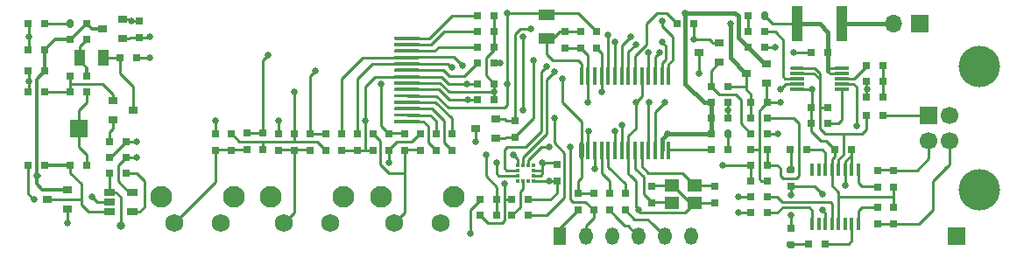
<source format=gtl>
%TF.GenerationSoftware,KiCad,Pcbnew,(5.1.10)-1*%
%TF.CreationDate,2021-09-27T23:39:52+02:00*%
%TF.ProjectId,XX,58582e6b-6963-4616-945f-706362585858,V00*%
%TF.SameCoordinates,Original*%
%TF.FileFunction,Copper,L1,Top*%
%TF.FilePolarity,Positive*%
%FSLAX46Y46*%
G04 Gerber Fmt 4.6, Leading zero omitted, Abs format (unit mm)*
G04 Created by KiCad (PCBNEW (5.1.10)-1) date 2021-09-27 23:39:52*
%MOMM*%
%LPD*%
G01*
G04 APERTURE LIST*
%TA.AperFunction,ComponentPad*%
%ADD10C,2.100000*%
%TD*%
%TA.AperFunction,ComponentPad*%
%ADD11C,1.750000*%
%TD*%
%TA.AperFunction,ComponentPad*%
%ADD12R,1.300000X1.700000*%
%TD*%
%TA.AperFunction,ComponentPad*%
%ADD13O,1.300000X1.700000*%
%TD*%
%TA.AperFunction,ComponentPad*%
%ADD14R,1.700000X1.700000*%
%TD*%
%TA.AperFunction,ComponentPad*%
%ADD15O,1.700000X1.700000*%
%TD*%
%TA.AperFunction,SMDPad,CuDef*%
%ADD16R,0.700000X0.800000*%
%TD*%
%TA.AperFunction,SMDPad,CuDef*%
%ADD17R,0.800000X0.700000*%
%TD*%
%TA.AperFunction,SMDPad,CuDef*%
%ADD18R,1.000000X1.500000*%
%TD*%
%TA.AperFunction,SMDPad,CuDef*%
%ADD19R,1.400000X1.200000*%
%TD*%
%TA.AperFunction,SMDPad,CuDef*%
%ADD20R,1.500000X1.000000*%
%TD*%
%TA.AperFunction,SMDPad,CuDef*%
%ADD21R,0.900000X0.800000*%
%TD*%
%TA.AperFunction,SMDPad,CuDef*%
%ADD22O,1.475000X0.300000*%
%TD*%
%TA.AperFunction,SMDPad,CuDef*%
%ADD23R,1.475000X0.300000*%
%TD*%
%TA.AperFunction,SMDPad,CuDef*%
%ADD24O,0.400000X1.200000*%
%TD*%
%TA.AperFunction,SMDPad,CuDef*%
%ADD25R,0.400000X1.200000*%
%TD*%
%TA.AperFunction,SMDPad,CuDef*%
%ADD26R,0.375000X0.350000*%
%TD*%
%TA.AperFunction,SMDPad,CuDef*%
%ADD27R,0.350000X0.375000*%
%TD*%
%TA.AperFunction,SMDPad,CuDef*%
%ADD28R,1.060000X0.650000*%
%TD*%
%TA.AperFunction,SMDPad,CuDef*%
%ADD29O,0.450000X1.750000*%
%TD*%
%TA.AperFunction,SMDPad,CuDef*%
%ADD30R,0.450000X1.750000*%
%TD*%
%TA.AperFunction,ComponentPad*%
%ADD31C,1.700000*%
%TD*%
%TA.AperFunction,ComponentPad*%
%ADD32C,4.000000*%
%TD*%
%TA.AperFunction,SMDPad,CuDef*%
%ADD33R,1.125000X3.400000*%
%TD*%
%TA.AperFunction,ViaPad*%
%ADD34C,0.635000*%
%TD*%
%TA.AperFunction,ViaPad*%
%ADD35C,0.812800*%
%TD*%
%TA.AperFunction,ViaPad*%
%ADD36C,0.800000*%
%TD*%
%TA.AperFunction,Conductor*%
%ADD37C,0.254000*%
%TD*%
%TA.AperFunction,Conductor*%
%ADD38C,0.250000*%
%TD*%
%TA.AperFunction,Conductor*%
%ADD39C,0.304800*%
%TD*%
%TA.AperFunction,Conductor*%
%ADD40C,0.381000*%
%TD*%
G04 APERTURE END LIST*
D10*
%TO.P,SW3,*%
%TO.N,*%
X128570000Y-96290600D03*
D11*
%TO.P,SW3,2*%
%TO.N,Net-(C19-Pad1)*%
X129830000Y-98780600D03*
%TO.P,SW3,1*%
%TO.N,GNDD*%
X134330000Y-98780600D03*
D10*
%TO.P,SW3,*%
%TO.N,*%
X135580000Y-96290600D03*
%TD*%
%TO.P,SW2,*%
%TO.N,*%
X139238000Y-96290600D03*
D11*
%TO.P,SW2,2*%
%TO.N,Net-(C18-Pad1)*%
X140498000Y-98780600D03*
%TO.P,SW2,1*%
%TO.N,GNDD*%
X144998000Y-98780600D03*
D10*
%TO.P,SW2,*%
%TO.N,*%
X146248000Y-96290600D03*
%TD*%
%TO.P,SW1,*%
%TO.N,*%
X118003600Y-96290600D03*
D11*
%TO.P,SW1,2*%
%TO.N,Net-(C17-Pad1)*%
X119263600Y-98780600D03*
%TO.P,SW1,1*%
%TO.N,GNDD*%
X123763600Y-98780600D03*
D10*
%TO.P,SW1,*%
%TO.N,*%
X125013600Y-96290600D03*
%TD*%
D12*
%TO.P,J1,1*%
%TO.N,Net-(J1-Pad1)*%
X156464000Y-100050600D03*
D13*
%TO.P,J1,2*%
%TO.N,+3V3*%
X159004000Y-100050600D03*
%TO.P,J1,3*%
%TO.N,GNDD*%
X161544000Y-100050600D03*
%TO.P,J1,4*%
%TO.N,Net-(J1-Pad4)*%
X164084000Y-100050600D03*
%TO.P,J1,5*%
%TO.N,Net-(J1-Pad5)*%
X166624000Y-100050600D03*
%TO.P,J1,6*%
%TO.N,Net-(J1-Pad6)*%
X169164000Y-100050600D03*
%TD*%
D14*
%TO.P,J5,1*%
%TO.N,GNDD*%
X191262000Y-79502000D03*
D15*
%TO.P,J5,2*%
%TO.N,Net-(F1-Pad2)*%
X188722000Y-79502000D03*
%TD*%
D14*
%TO.P,J4,1*%
%TO.N,Net-(C8-Pad2)*%
X109982000Y-89662000D03*
%TD*%
%TO.P,U7,14*%
%TO.N,Net-(C36-Pad1)*%
%TA.AperFunction,SMDPad,CuDef*%
G36*
G01*
X140480000Y-80986000D02*
X140480000Y-80826000D01*
G75*
G02*
X140560000Y-80746000I80000J0D01*
G01*
X142900000Y-80746000D01*
G75*
G02*
X142980000Y-80826000I0J-80000D01*
G01*
X142980000Y-80986000D01*
G75*
G02*
X142900000Y-81066000I-80000J0D01*
G01*
X140560000Y-81066000D01*
G75*
G02*
X140480000Y-80986000I0J80000D01*
G01*
G37*
%TD.AperFunction*%
%TO.P,U7,13*%
%TO.N,Net-(C35-Pad1)*%
%TA.AperFunction,SMDPad,CuDef*%
G36*
G01*
X140480000Y-81606000D02*
X140480000Y-81446000D01*
G75*
G02*
X140560000Y-81366000I80000J0D01*
G01*
X142900000Y-81366000D01*
G75*
G02*
X142980000Y-81446000I0J-80000D01*
G01*
X142980000Y-81606000D01*
G75*
G02*
X142900000Y-81686000I-80000J0D01*
G01*
X140560000Y-81686000D01*
G75*
G02*
X140480000Y-81606000I0J80000D01*
G01*
G37*
%TD.AperFunction*%
%TO.P,U7,12*%
%TO.N,Net-(R42-Pad1)*%
%TA.AperFunction,SMDPad,CuDef*%
G36*
G01*
X140480000Y-82226000D02*
X140480000Y-82066000D01*
G75*
G02*
X140560000Y-81986000I80000J0D01*
G01*
X142900000Y-81986000D01*
G75*
G02*
X142980000Y-82066000I0J-80000D01*
G01*
X142980000Y-82226000D01*
G75*
G02*
X142900000Y-82306000I-80000J0D01*
G01*
X140560000Y-82306000D01*
G75*
G02*
X140480000Y-82226000I0J80000D01*
G01*
G37*
%TD.AperFunction*%
%TO.P,U7,11*%
%TO.N,/SDA1*%
%TA.AperFunction,SMDPad,CuDef*%
G36*
G01*
X140480000Y-82846000D02*
X140480000Y-82686000D01*
G75*
G02*
X140560000Y-82606000I80000J0D01*
G01*
X142900000Y-82606000D01*
G75*
G02*
X142980000Y-82686000I0J-80000D01*
G01*
X142980000Y-82846000D01*
G75*
G02*
X142900000Y-82926000I-80000J0D01*
G01*
X140560000Y-82926000D01*
G75*
G02*
X140480000Y-82846000I0J80000D01*
G01*
G37*
%TD.AperFunction*%
%TO.P,U7,10*%
%TO.N,/SCL1*%
%TA.AperFunction,SMDPad,CuDef*%
G36*
G01*
X140480000Y-83466000D02*
X140480000Y-83306000D01*
G75*
G02*
X140560000Y-83226000I80000J0D01*
G01*
X142900000Y-83226000D01*
G75*
G02*
X142980000Y-83306000I0J-80000D01*
G01*
X142980000Y-83466000D01*
G75*
G02*
X142900000Y-83546000I-80000J0D01*
G01*
X140560000Y-83546000D01*
G75*
G02*
X140480000Y-83466000I0J80000D01*
G01*
G37*
%TD.AperFunction*%
%TO.P,U7,9*%
%TO.N,Net-(R44-Pad2)*%
%TA.AperFunction,SMDPad,CuDef*%
G36*
G01*
X140480000Y-84086000D02*
X140480000Y-83926000D01*
G75*
G02*
X140560000Y-83846000I80000J0D01*
G01*
X142900000Y-83846000D01*
G75*
G02*
X142980000Y-83926000I0J-80000D01*
G01*
X142980000Y-84086000D01*
G75*
G02*
X142900000Y-84166000I-80000J0D01*
G01*
X140560000Y-84166000D01*
G75*
G02*
X140480000Y-84086000I0J80000D01*
G01*
G37*
%TD.AperFunction*%
%TO.P,U7,8*%
%TO.N,+3V3*%
%TA.AperFunction,SMDPad,CuDef*%
G36*
G01*
X140480000Y-84706000D02*
X140480000Y-84546000D01*
G75*
G02*
X140560000Y-84466000I80000J0D01*
G01*
X142900000Y-84466000D01*
G75*
G02*
X142980000Y-84546000I0J-80000D01*
G01*
X142980000Y-84706000D01*
G75*
G02*
X142900000Y-84786000I-80000J0D01*
G01*
X140560000Y-84786000D01*
G75*
G02*
X140480000Y-84706000I0J80000D01*
G01*
G37*
%TD.AperFunction*%
%TO.P,U7,7*%
%TO.N,GNDD*%
%TA.AperFunction,SMDPad,CuDef*%
G36*
G01*
X140480000Y-85326000D02*
X140480000Y-85166000D01*
G75*
G02*
X140560000Y-85086000I80000J0D01*
G01*
X142900000Y-85086000D01*
G75*
G02*
X142980000Y-85166000I0J-80000D01*
G01*
X142980000Y-85326000D01*
G75*
G02*
X142900000Y-85406000I-80000J0D01*
G01*
X140560000Y-85406000D01*
G75*
G02*
X140480000Y-85326000I0J80000D01*
G01*
G37*
%TD.AperFunction*%
%TO.P,U7,6*%
%TO.N,Net-(C29-Pad1)*%
%TA.AperFunction,SMDPad,CuDef*%
G36*
G01*
X140480000Y-85946000D02*
X140480000Y-85786000D01*
G75*
G02*
X140560000Y-85706000I80000J0D01*
G01*
X142900000Y-85706000D01*
G75*
G02*
X142980000Y-85786000I0J-80000D01*
G01*
X142980000Y-85946000D01*
G75*
G02*
X142900000Y-86026000I-80000J0D01*
G01*
X140560000Y-86026000D01*
G75*
G02*
X140480000Y-85946000I0J80000D01*
G01*
G37*
%TD.AperFunction*%
%TO.P,U7,5*%
%TO.N,+3V3*%
%TA.AperFunction,SMDPad,CuDef*%
G36*
G01*
X140480000Y-86566000D02*
X140480000Y-86406000D01*
G75*
G02*
X140560000Y-86326000I80000J0D01*
G01*
X142900000Y-86326000D01*
G75*
G02*
X142980000Y-86406000I0J-80000D01*
G01*
X142980000Y-86566000D01*
G75*
G02*
X142900000Y-86646000I-80000J0D01*
G01*
X140560000Y-86646000D01*
G75*
G02*
X140480000Y-86566000I0J80000D01*
G01*
G37*
%TD.AperFunction*%
%TO.P,U7,4*%
%TO.N,Net-(C32-Pad1)*%
%TA.AperFunction,SMDPad,CuDef*%
G36*
G01*
X140480000Y-87186000D02*
X140480000Y-87026000D01*
G75*
G02*
X140560000Y-86946000I80000J0D01*
G01*
X142900000Y-86946000D01*
G75*
G02*
X142980000Y-87026000I0J-80000D01*
G01*
X142980000Y-87186000D01*
G75*
G02*
X142900000Y-87266000I-80000J0D01*
G01*
X140560000Y-87266000D01*
G75*
G02*
X140480000Y-87186000I0J80000D01*
G01*
G37*
%TD.AperFunction*%
%TO.P,U7,3*%
%TO.N,Net-(C32-Pad2)*%
%TA.AperFunction,SMDPad,CuDef*%
G36*
G01*
X140480000Y-87806000D02*
X140480000Y-87646000D01*
G75*
G02*
X140560000Y-87566000I80000J0D01*
G01*
X142900000Y-87566000D01*
G75*
G02*
X142980000Y-87646000I0J-80000D01*
G01*
X142980000Y-87806000D01*
G75*
G02*
X142900000Y-87886000I-80000J0D01*
G01*
X140560000Y-87886000D01*
G75*
G02*
X140480000Y-87806000I0J80000D01*
G01*
G37*
%TD.AperFunction*%
%TO.P,U7,2*%
%TO.N,Net-(C30-Pad2)*%
%TA.AperFunction,SMDPad,CuDef*%
G36*
G01*
X140480000Y-88426000D02*
X140480000Y-88266000D01*
G75*
G02*
X140560000Y-88186000I80000J0D01*
G01*
X142900000Y-88186000D01*
G75*
G02*
X142980000Y-88266000I0J-80000D01*
G01*
X142980000Y-88426000D01*
G75*
G02*
X142900000Y-88506000I-80000J0D01*
G01*
X140560000Y-88506000D01*
G75*
G02*
X140480000Y-88426000I0J80000D01*
G01*
G37*
%TD.AperFunction*%
%TO.P,U7,1*%
%TO.N,Net-(C30-Pad1)*%
%TA.AperFunction,SMDPad,CuDef*%
G36*
G01*
X140480000Y-89046000D02*
X140480000Y-88886000D01*
G75*
G02*
X140560000Y-88806000I80000J0D01*
G01*
X142900000Y-88806000D01*
G75*
G02*
X142980000Y-88886000I0J-80000D01*
G01*
X142980000Y-89046000D01*
G75*
G02*
X142900000Y-89126000I-80000J0D01*
G01*
X140560000Y-89126000D01*
G75*
G02*
X140480000Y-89046000I0J80000D01*
G01*
G37*
%TD.AperFunction*%
%TD*%
D16*
%TO.P,R16,2*%
%TO.N,Net-(R16-Pad2)*%
X114604000Y-93980000D03*
%TO.P,R16,1*%
%TO.N,Net-(R15-Pad1)*%
X112980000Y-93980000D03*
%TD*%
%TO.P,R44,2*%
%TO.N,Net-(R44-Pad2)*%
X148540000Y-83312000D03*
%TO.P,R44,1*%
%TO.N,/RST#*%
X150164000Y-83312000D03*
%TD*%
%TO.P,C13,2*%
%TO.N,GNDD*%
X148794000Y-98044000D03*
%TO.P,C13,1*%
%TO.N,/AN0*%
X150418000Y-98044000D03*
%TD*%
D17*
%TO.P,C21,2*%
%TO.N,GNDD*%
X139954000Y-91744000D03*
%TO.P,C21,1*%
%TO.N,/UP#*%
X139954000Y-90120000D03*
%TD*%
D18*
%TO.P,L1,1*%
%TO.N,Net-(L1-Pad1)*%
X110109000Y-82804000D03*
%TO.P,L1,2*%
%TO.N,Net-(C11-Pad2)*%
X112395000Y-82804000D03*
%TD*%
D16*
%TO.P,R12,2*%
%TO.N,+3.3VA*%
X109170000Y-81000600D03*
%TO.P,R12,1*%
%TO.N,Net-(L1-Pad1)*%
X110794000Y-81000600D03*
%TD*%
%TO.P,R7,2*%
%TO.N,Net-(C8-Pad2)*%
X110794000Y-93218000D03*
%TO.P,R7,1*%
%TO.N,Net-(D2-Pad3)*%
X109170000Y-93218000D03*
%TD*%
%TO.P,C11,2*%
%TO.N,Net-(C11-Pad2)*%
X113996000Y-82804000D03*
%TO.P,C11,1*%
%TO.N,/IC1*%
X115620000Y-82804000D03*
%TD*%
D19*
%TO.P,Y1,1*%
%TO.N,Net-(C4-Pad1)*%
X167302000Y-96836600D03*
%TO.P,Y1,2*%
%TO.N,GNDD*%
X169502000Y-96836600D03*
%TO.P,Y1,3*%
%TO.N,Net-(C5-Pad1)*%
X169502000Y-95136600D03*
%TO.P,Y1,4*%
%TO.N,GNDD*%
X167302000Y-95136600D03*
%TD*%
D14*
%TO.P,J3,1*%
%TO.N,GNDD*%
X194818000Y-100076000D03*
%TD*%
D16*
%TO.P,R1,2*%
%TO.N,GNDD*%
X105106000Y-79502000D03*
%TO.P,R1,1*%
%TO.N,Net-(D1-Pad1)*%
X106730000Y-79502000D03*
%TD*%
%TO.P,C8,2*%
%TO.N,Net-(C8-Pad2)*%
X110794000Y-86106000D03*
%TO.P,C8,1*%
%TO.N,Net-(C8-Pad1)*%
X109170000Y-86106000D03*
%TD*%
%TO.P,C6,2*%
%TO.N,GNDD*%
X105106000Y-84074000D03*
%TO.P,C6,1*%
%TO.N,+3.3VA*%
X106730000Y-84074000D03*
%TD*%
D17*
%TO.P,C5,2*%
%TO.N,GNDD*%
X171450000Y-96824000D03*
%TO.P,C5,1*%
%TO.N,Net-(C5-Pad1)*%
X171450000Y-95200000D03*
%TD*%
%TO.P,C4,2*%
%TO.N,GNDD*%
X165354000Y-95200000D03*
%TO.P,C4,1*%
%TO.N,Net-(C4-Pad1)*%
X165354000Y-96824000D03*
%TD*%
D16*
%TO.P,C3,2*%
%TO.N,Net-(C3-Pad2)*%
X167844000Y-79502000D03*
%TO.P,C3,1*%
%TO.N,GNDD*%
X169468000Y-79502000D03*
%TD*%
%TO.P,C2,2*%
%TO.N,GNDD*%
X172770000Y-87122000D03*
%TO.P,C2,1*%
%TO.N,+3V3*%
X171146000Y-87122000D03*
%TD*%
D17*
%TO.P,R36,2*%
%TO.N,/DEN#*%
X152146000Y-90474000D03*
%TO.P,R36,1*%
%TO.N,+BATT*%
X152146000Y-88850000D03*
%TD*%
D16*
%TO.P,R14,2*%
%TO.N,Net-(Q3-Pad1)*%
X171146000Y-85598000D03*
%TO.P,R14,1*%
%TO.N,+BATT*%
X172770000Y-85598000D03*
%TD*%
%TO.P,R13,2*%
%TO.N,GNDD*%
X114604000Y-90906600D03*
%TO.P,R13,1*%
%TO.N,Net-(Q2-Pad2)*%
X112980000Y-90906600D03*
%TD*%
D17*
%TO.P,R9,2*%
%TO.N,/PSEN#*%
X115824000Y-80822000D03*
%TO.P,R9,1*%
%TO.N,+3V3*%
X115824000Y-79198000D03*
%TD*%
D16*
%TO.P,R43,2*%
%TO.N,Net-(R43-Pad2)*%
X176326000Y-80264000D03*
%TO.P,R43,1*%
%TO.N,Net-(D6-Pad2)*%
X174702000Y-80264000D03*
%TD*%
D17*
%TO.P,R21,2*%
%TO.N,+3V3*%
X129286000Y-90120000D03*
%TO.P,R21,1*%
%TO.N,Net-(C19-Pad1)*%
X129286000Y-91744000D03*
%TD*%
%TO.P,R20,2*%
%TO.N,+3V3*%
X138430000Y-91744000D03*
%TO.P,R20,1*%
%TO.N,Net-(C18-Pad1)*%
X138430000Y-90120000D03*
%TD*%
%TO.P,R19,2*%
%TO.N,+3V3*%
X123190000Y-90120000D03*
%TO.P,R19,1*%
%TO.N,Net-(C17-Pad1)*%
X123190000Y-91744000D03*
%TD*%
D16*
%TO.P,R11,2*%
%TO.N,Net-(C8-Pad1)*%
X106730000Y-86106000D03*
%TO.P,R11,1*%
%TO.N,GNDD*%
X105106000Y-86106000D03*
%TD*%
%TO.P,R10,2*%
%TO.N,Net-(C8-Pad1)*%
X109170000Y-84582000D03*
%TO.P,R10,1*%
%TO.N,Net-(L1-Pad1)*%
X110794000Y-84582000D03*
%TD*%
%TO.P,C10,2*%
%TO.N,GNDD*%
X112980000Y-92456000D03*
%TO.P,C10,1*%
%TO.N,+3.3VA*%
X114604000Y-92456000D03*
%TD*%
%TO.P,L3,1*%
%TO.N,/5V_USB*%
X186132000Y-88392000D03*
%TO.P,L3,2*%
%TO.N,Net-(J2-Pad1)*%
X187756000Y-88392000D03*
%TD*%
D20*
%TO.P,L2,1*%
%TO.N,+3V3*%
X155194000Y-78613000D03*
%TO.P,L2,2*%
%TO.N,Net-(C15-Pad1)*%
X155194000Y-80899000D03*
%TD*%
D16*
%TO.P,R38,2*%
%TO.N,/PC-TX*%
X180390000Y-91668600D03*
%TO.P,R38,1*%
%TO.N,Net-(D5-Pad1)*%
X178766000Y-91668600D03*
%TD*%
%TO.P,R28,2*%
%TO.N,/PC-RX*%
X182168000Y-100812600D03*
%TO.P,R28,1*%
%TO.N,Net-(D4-Pad1)*%
X180544000Y-100812600D03*
%TD*%
%TO.P,R6,2*%
%TO.N,/LIVE_LED*%
X171146000Y-91694000D03*
%TO.P,R6,1*%
%TO.N,Net-(D3-Pad1)*%
X172770000Y-91694000D03*
%TD*%
D17*
%TO.P,R5,2*%
%TO.N,/MCLR#*%
X159766000Y-95936600D03*
%TO.P,R5,1*%
%TO.N,+3V3*%
X159766000Y-97560600D03*
%TD*%
%TO.P,R4,2*%
%TO.N,Net-(J1-Pad1)*%
X158242000Y-97560600D03*
%TO.P,R4,1*%
%TO.N,/MCLR#*%
X158242000Y-95936600D03*
%TD*%
%TO.P,R3,2*%
%TO.N,Net-(J1-Pad4)*%
X161290000Y-97560600D03*
%TO.P,R3,1*%
%TO.N,/PGD*%
X161290000Y-95936600D03*
%TD*%
%TO.P,R2,2*%
%TO.N,Net-(J1-Pad5)*%
X162814000Y-97560600D03*
%TO.P,R2,1*%
%TO.N,/PGC*%
X162814000Y-95936600D03*
%TD*%
D16*
%TO.P,C1,2*%
%TO.N,GNDD*%
X172770000Y-88646000D03*
%TO.P,C1,1*%
%TO.N,+3V3*%
X171146000Y-88646000D03*
%TD*%
%TO.P,R45,2*%
%TO.N,Net-(Q3-Pad1)*%
X174956000Y-90170000D03*
%TO.P,R45,1*%
%TO.N,/PG#*%
X176580000Y-90170000D03*
%TD*%
D21*
%TO.P,U3,1*%
%TO.N,GNDD*%
X176514000Y-85278000D03*
%TO.P,U3,2*%
%TO.N,+3V3*%
X176514000Y-83378000D03*
%TO.P,U3,3*%
%TO.N,+BATT*%
X174514000Y-84328000D03*
%TD*%
D22*
%TO.P,U6,1*%
%TO.N,/5V_USB*%
X179447500Y-83836000D03*
D23*
%TO.P,U6,2*%
X179447500Y-84336000D03*
%TO.P,U6,3*%
%TO.N,Net-(R43-Pad2)*%
X179447500Y-84836000D03*
%TO.P,U6,4*%
%TO.N,/CH_CPLT#*%
X179447500Y-85336000D03*
%TO.P,U6,5*%
%TO.N,GNDD*%
X179447500Y-85836000D03*
%TO.P,U6,6*%
%TO.N,Net-(R37-Pad1)*%
X183772500Y-85836000D03*
%TO.P,U6,7*%
%TO.N,/PG#*%
X183772500Y-85336000D03*
%TO.P,U6,8*%
%TO.N,Net-(R30-Pad1)*%
X183772500Y-84836000D03*
%TO.P,U6,9*%
%TO.N,+BATT*%
X183772500Y-84336000D03*
%TO.P,U6,10*%
X183772500Y-83836000D03*
%TD*%
D24*
%TO.P,U5,1*%
%TO.N,Net-(R26-Pad1)*%
X180911500Y-98866000D03*
D25*
%TO.P,U5,2*%
%TO.N,Net-(U5-Pad2)*%
X181546500Y-98866000D03*
%TO.P,U5,3*%
%TO.N,/+3V3_USB*%
X182181500Y-98866000D03*
%TO.P,U5,4*%
%TO.N,Net-(R27-Pad2)*%
X182816500Y-98866000D03*
%TO.P,U5,5*%
%TO.N,GNDD*%
X183451500Y-98866000D03*
%TO.P,U5,6*%
%TO.N,Net-(U5-Pad6)*%
X184086500Y-98866000D03*
%TO.P,U5,7*%
%TO.N,/PC-RX*%
X184721500Y-98866000D03*
%TO.P,U5,8*%
%TO.N,Net-(R40-Pad2)*%
X185356500Y-98866000D03*
%TO.P,U5,9*%
%TO.N,Net-(R39-Pad2)*%
X185356500Y-93666000D03*
%TO.P,U5,10*%
%TO.N,/+3V3_USB*%
X184721500Y-93666000D03*
%TO.P,U5,11*%
X184086500Y-93666000D03*
%TO.P,U5,12*%
%TO.N,/5V_USB*%
X183451500Y-93666000D03*
%TO.P,U5,13*%
%TO.N,GNDD*%
X182816500Y-93666000D03*
%TO.P,U5,14*%
%TO.N,/PC-TX*%
X182181500Y-93666000D03*
%TO.P,U5,15*%
%TO.N,Net-(U5-Pad15)*%
X181546500Y-93666000D03*
%TO.P,U5,16*%
%TO.N,Net-(U5-Pad16)*%
X180911500Y-93666000D03*
%TD*%
D26*
%TO.P,U4,2*%
%TO.N,/SDA1*%
X152399500Y-93704600D03*
%TO.P,U4,3*%
%TO.N,+3V3*%
X152399500Y-94204600D03*
%TO.P,U4,9*%
%TO.N,GNDD*%
X153924500Y-93704600D03*
%TO.P,U4,8*%
X153924500Y-94204600D03*
%TO.P,U4,4*%
%TO.N,Net-(U4-Pad4)*%
X152399500Y-94704600D03*
%TO.P,U4,7*%
%TO.N,+3V3*%
X153924500Y-94704600D03*
%TO.P,U4,1*%
%TO.N,GNDD*%
X152399500Y-93204600D03*
%TO.P,U4,10*%
%TO.N,Net-(U4-Pad10)*%
X153924500Y-93204600D03*
D27*
%TO.P,U4,5*%
%TO.N,Net-(R25-Pad2)*%
X152912000Y-94717100D03*
%TO.P,U4,6*%
%TO.N,Net-(U4-Pad6)*%
X153412000Y-94717100D03*
%TO.P,U4,11*%
%TO.N,+3V3*%
X153412000Y-93192100D03*
%TO.P,U4,12*%
%TO.N,/SCL1*%
X152912000Y-93192100D03*
%TD*%
D28*
%TO.P,U2,1*%
%TO.N,Net-(R15-Pad1)*%
X112946000Y-95824000D03*
%TO.P,U2,2*%
%TO.N,GNDD*%
X112946000Y-96774000D03*
%TO.P,U2,3*%
%TO.N,Net-(D2-Pad3)*%
X112946000Y-97724000D03*
%TO.P,U2,4*%
%TO.N,Net-(R16-Pad2)*%
X115146000Y-97724000D03*
%TO.P,U2,5*%
%TO.N,+3.3VA*%
X115146000Y-95824000D03*
%TD*%
D29*
%TO.P,U1,1*%
%TO.N,/MCLR#*%
X158589000Y-91738000D03*
D30*
%TO.P,U1,2*%
%TO.N,/AN0*%
X159239000Y-91738000D03*
%TO.P,U1,3*%
%TO.N,/AN1*%
X159889000Y-91738000D03*
%TO.P,U1,4*%
%TO.N,/PGD*%
X160539000Y-91738000D03*
%TO.P,U1,5*%
%TO.N,/PGC*%
X161189000Y-91738000D03*
%TO.P,U1,6*%
%TO.N,/IC1*%
X161839000Y-91738000D03*
%TO.P,U1,7*%
%TO.N,/INT1*%
X162489000Y-91738000D03*
%TO.P,U1,8*%
%TO.N,GNDD*%
X163139000Y-91738000D03*
%TO.P,U1,9*%
%TO.N,Net-(C4-Pad1)*%
X163789000Y-91738000D03*
%TO.P,U1,10*%
%TO.N,Net-(C5-Pad1)*%
X164439000Y-91738000D03*
%TO.P,U1,11*%
%TO.N,/U1TX*%
X165089000Y-91738000D03*
%TO.P,U1,12*%
%TO.N,/U1RX*%
X165739000Y-91738000D03*
%TO.P,U1,13*%
%TO.N,+3V3*%
X166389000Y-91738000D03*
%TO.P,U1,14*%
%TO.N,/LIVE_LED*%
X167039000Y-91738000D03*
%TO.P,U1,15*%
%TO.N,/PSEN#*%
X167039000Y-84538000D03*
%TO.P,U1,16*%
%TO.N,/RST#*%
X166389000Y-84538000D03*
%TO.P,U1,17*%
%TO.N,/SCL1*%
X165739000Y-84538000D03*
%TO.P,U1,18*%
%TO.N,/SDA1*%
X165089000Y-84538000D03*
%TO.P,U1,19*%
%TO.N,GNDD*%
X164439000Y-84538000D03*
%TO.P,U1,20*%
%TO.N,Net-(C3-Pad2)*%
X163789000Y-84538000D03*
%TO.P,U1,21*%
%TO.N,/DEN#*%
X163139000Y-84538000D03*
%TO.P,U1,22*%
%TO.N,/UP#*%
X162489000Y-84538000D03*
%TO.P,U1,23*%
%TO.N,/OK#*%
X161839000Y-84538000D03*
%TO.P,U1,24*%
%TO.N,/DN#*%
X161189000Y-84538000D03*
%TO.P,U1,25*%
%TO.N,/CH_CPLT#*%
X160539000Y-84538000D03*
%TO.P,U1,26*%
%TO.N,Net-(U1-Pad26)*%
X159889000Y-84538000D03*
%TO.P,U1,27*%
%TO.N,GNDD*%
X159239000Y-84538000D03*
%TO.P,U1,28*%
%TO.N,Net-(C15-Pad1)*%
X158589000Y-84538000D03*
%TD*%
D16*
%TO.P,TH1,2*%
%TO.N,GNDD*%
X186132000Y-86614000D03*
%TO.P,TH1,1*%
%TO.N,Net-(R29-Pad1)*%
X187756000Y-86614000D03*
%TD*%
%TO.P,R42,2*%
%TO.N,GNDD*%
X150164000Y-81788000D03*
%TO.P,R42,1*%
%TO.N,Net-(R42-Pad1)*%
X148540000Y-81788000D03*
%TD*%
D17*
%TO.P,R41,2*%
%TO.N,+3V3*%
X160020000Y-80214000D03*
%TO.P,R41,1*%
%TO.N,/CH_CPLT#*%
X160020000Y-81838000D03*
%TD*%
%TO.P,R40,2*%
%TO.N,Net-(R40-Pad2)*%
X187198000Y-97232000D03*
%TO.P,R40,1*%
%TO.N,/D+*%
X187198000Y-98856000D03*
%TD*%
%TO.P,R39,2*%
%TO.N,Net-(R39-Pad2)*%
X187198000Y-95300000D03*
%TO.P,R39,1*%
%TO.N,/D-*%
X187198000Y-93676000D03*
%TD*%
D16*
%TO.P,R37,2*%
%TO.N,GNDD*%
X180798000Y-89128600D03*
%TO.P,R37,1*%
%TO.N,Net-(R37-Pad1)*%
X182422000Y-89128600D03*
%TD*%
%TO.P,R35,2*%
%TO.N,GNDD*%
X174956000Y-91694000D03*
%TO.P,R35,1*%
%TO.N,Net-(R31-Pad2)*%
X176580000Y-91694000D03*
%TD*%
%TO.P,R34,2*%
%TO.N,Net-(R31-Pad2)*%
X176580000Y-88646000D03*
%TO.P,R34,1*%
%TO.N,+BATT*%
X174956000Y-88646000D03*
%TD*%
D17*
%TO.P,R33,2*%
%TO.N,+3V3*%
X135382000Y-91744000D03*
%TO.P,R33,1*%
%TO.N,/SDA1*%
X135382000Y-90120000D03*
%TD*%
%TO.P,R32,2*%
%TO.N,+3V3*%
X136906000Y-91744000D03*
%TO.P,R32,1*%
%TO.N,/SCL1*%
X136906000Y-90120000D03*
%TD*%
D16*
%TO.P,R31,2*%
%TO.N,Net-(R31-Pad2)*%
X176580000Y-93218000D03*
%TO.P,R31,1*%
%TO.N,/AN1*%
X174956000Y-93218000D03*
%TD*%
%TO.P,R30,2*%
%TO.N,Net-(R29-Pad1)*%
X187756000Y-83566000D03*
%TO.P,R30,1*%
%TO.N,Net-(R30-Pad1)*%
X186132000Y-83566000D03*
%TD*%
%TO.P,R29,2*%
%TO.N,GNDD*%
X186132000Y-85090000D03*
%TO.P,R29,1*%
%TO.N,Net-(R29-Pad1)*%
X187756000Y-85090000D03*
%TD*%
%TO.P,R27,2*%
%TO.N,Net-(R27-Pad2)*%
X176580000Y-96266000D03*
%TO.P,R27,1*%
%TO.N,/U1TX*%
X174956000Y-96266000D03*
%TD*%
%TO.P,R26,2*%
%TO.N,/U1RX*%
X174956000Y-97790000D03*
%TO.P,R26,1*%
%TO.N,Net-(R26-Pad1)*%
X176580000Y-97790000D03*
%TD*%
%TO.P,R25,2*%
%TO.N,Net-(R25-Pad2)*%
X151842000Y-98044000D03*
%TO.P,R25,1*%
%TO.N,/INT1*%
X153466000Y-98044000D03*
%TD*%
D17*
%TO.P,R24,2*%
%TO.N,Net-(C19-Pad1)*%
X132334000Y-91744000D03*
%TO.P,R24,1*%
%TO.N,/OK#*%
X132334000Y-90120000D03*
%TD*%
%TO.P,R23,2*%
%TO.N,Net-(C18-Pad1)*%
X141478000Y-91744000D03*
%TO.P,R23,1*%
%TO.N,/UP#*%
X141478000Y-90120000D03*
%TD*%
%TO.P,R22,2*%
%TO.N,Net-(C17-Pad1)*%
X126238000Y-91718600D03*
%TO.P,R22,1*%
%TO.N,/DN#*%
X126238000Y-90094600D03*
%TD*%
D16*
%TO.P,R15,2*%
%TO.N,/AN0*%
X150418000Y-96520000D03*
%TO.P,R15,1*%
%TO.N,Net-(R15-Pad1)*%
X148794000Y-96520000D03*
%TD*%
%TO.P,R8,2*%
%TO.N,GNDD*%
X105106000Y-93218000D03*
%TO.P,R8,1*%
%TO.N,Net-(D2-Pad3)*%
X106730000Y-93218000D03*
%TD*%
D21*
%TO.P,Q4,1*%
%TO.N,/DEN#*%
X150352000Y-90612000D03*
%TO.P,Q4,2*%
%TO.N,+BATT*%
X150352000Y-88712000D03*
%TO.P,Q4,3*%
%TO.N,Net-(C29-Pad1)*%
X148352000Y-89662000D03*
%TD*%
%TO.P,Q3,1*%
%TO.N,Net-(Q3-Pad1)*%
X171942000Y-83246000D03*
%TO.P,Q3,2*%
%TO.N,GNDD*%
X171942000Y-81346000D03*
%TO.P,Q3,3*%
%TO.N,/MCLR#*%
X169942000Y-82296000D03*
%TD*%
%TO.P,Q2,1*%
%TO.N,Net-(C8-Pad1)*%
X113300000Y-86934000D03*
%TO.P,Q2,2*%
%TO.N,Net-(Q2-Pad2)*%
X113300000Y-88834000D03*
%TO.P,Q2,3*%
%TO.N,Net-(C11-Pad2)*%
X115300000Y-87884000D03*
%TD*%
%TO.P,Q1,1*%
%TO.N,/PSEN#*%
X114284000Y-80960000D03*
%TO.P,Q1,2*%
%TO.N,+3V3*%
X114284000Y-79060000D03*
%TO.P,Q1,3*%
%TO.N,+3.3VA*%
X112284000Y-80010000D03*
%TD*%
D14*
%TO.P,J2,1*%
%TO.N,Net-(J2-Pad1)*%
X192176000Y-88350000D03*
D31*
%TO.P,J2,2*%
%TO.N,/D-*%
X192176000Y-90850000D03*
%TO.P,J2,3*%
%TO.N,/D+*%
X194176000Y-90850000D03*
%TO.P,J2,4*%
%TO.N,GNDD*%
X194176000Y-88350000D03*
D32*
%TO.P,J2,5*%
X197036000Y-95600000D03*
X197036000Y-83600000D03*
%TD*%
D33*
%TO.P,F1,1*%
%TO.N,+BATT*%
X179472500Y-79502000D03*
%TO.P,F1,2*%
%TO.N,Net-(F1-Pad2)*%
X183747500Y-79502000D03*
%TD*%
D16*
%TO.P,D6,2*%
%TO.N,Net-(D6-Pad2)*%
X174702000Y-78740000D03*
%TO.P,D6,1*%
%TO.N,+BATT*%
%TA.AperFunction,SMDPad,CuDef*%
G36*
G01*
X176676000Y-78515000D02*
X176676000Y-78965000D01*
G75*
G02*
X176501000Y-79140000I-175000J0D01*
G01*
X176151000Y-79140000D01*
G75*
G02*
X175976000Y-78965000I0J175000D01*
G01*
X175976000Y-78515000D01*
G75*
G02*
X176151000Y-78340000I175000J0D01*
G01*
X176501000Y-78340000D01*
G75*
G02*
X176676000Y-78515000I0J-175000D01*
G01*
G37*
%TD.AperFunction*%
%TD*%
D17*
%TO.P,D5,2*%
%TO.N,/+3V3_USB*%
X178816000Y-95274600D03*
%TO.P,D5,1*%
%TO.N,Net-(D5-Pad1)*%
%TA.AperFunction,SMDPad,CuDef*%
G36*
G01*
X178591000Y-93300600D02*
X179041000Y-93300600D01*
G75*
G02*
X179216000Y-93475600I0J-175000D01*
G01*
X179216000Y-93825600D01*
G75*
G02*
X179041000Y-94000600I-175000J0D01*
G01*
X178591000Y-94000600D01*
G75*
G02*
X178416000Y-93825600I0J175000D01*
G01*
X178416000Y-93475600D01*
G75*
G02*
X178591000Y-93300600I175000J0D01*
G01*
G37*
%TD.AperFunction*%
%TD*%
%TO.P,D4,2*%
%TO.N,/+3V3_USB*%
X178816000Y-99264000D03*
%TO.P,D4,1*%
%TO.N,Net-(D4-Pad1)*%
%TA.AperFunction,SMDPad,CuDef*%
G36*
G01*
X179041000Y-101238000D02*
X178591000Y-101238000D01*
G75*
G02*
X178416000Y-101063000I0J175000D01*
G01*
X178416000Y-100713000D01*
G75*
G02*
X178591000Y-100538000I175000J0D01*
G01*
X179041000Y-100538000D01*
G75*
G02*
X179216000Y-100713000I0J-175000D01*
G01*
X179216000Y-101063000D01*
G75*
G02*
X179041000Y-101238000I-175000J0D01*
G01*
G37*
%TD.AperFunction*%
%TD*%
D16*
%TO.P,D3,2*%
%TO.N,+3V3*%
X171146000Y-90170000D03*
%TO.P,D3,1*%
%TO.N,Net-(D3-Pad1)*%
%TA.AperFunction,SMDPad,CuDef*%
G36*
G01*
X173120000Y-89945000D02*
X173120000Y-90395000D01*
G75*
G02*
X172945000Y-90570000I-175000J0D01*
G01*
X172595000Y-90570000D01*
G75*
G02*
X172420000Y-90395000I0J175000D01*
G01*
X172420000Y-89945000D01*
G75*
G02*
X172595000Y-89770000I175000J0D01*
G01*
X172945000Y-89770000D01*
G75*
G02*
X173120000Y-89945000I0J-175000D01*
G01*
G37*
%TD.AperFunction*%
%TD*%
D21*
%TO.P,D2,1*%
%TO.N,GNDD*%
X108950000Y-97470000D03*
%TO.P,D2,2*%
%TO.N,+3.3VA*%
X108950000Y-95570000D03*
%TO.P,D2,3*%
%TO.N,Net-(D2-Pad3)*%
X106950000Y-96520000D03*
%TD*%
D16*
%TO.P,D1,2*%
%TO.N,+3.3VA*%
X110794000Y-79502000D03*
%TO.P,D1,1*%
%TO.N,Net-(D1-Pad1)*%
%TA.AperFunction,SMDPad,CuDef*%
G36*
G01*
X108820000Y-79727000D02*
X108820000Y-79277000D01*
G75*
G02*
X108995000Y-79102000I175000J0D01*
G01*
X109345000Y-79102000D01*
G75*
G02*
X109520000Y-79277000I0J-175000D01*
G01*
X109520000Y-79727000D01*
G75*
G02*
X109345000Y-79902000I-175000J0D01*
G01*
X108995000Y-79902000D01*
G75*
G02*
X108820000Y-79727000I0J175000D01*
G01*
G37*
%TD.AperFunction*%
%TD*%
%TO.P,C36,2*%
%TO.N,GNDD*%
X150164000Y-78740000D03*
%TO.P,C36,1*%
%TO.N,Net-(C36-Pad1)*%
X148540000Y-78740000D03*
%TD*%
%TO.P,C35,2*%
%TO.N,GNDD*%
X150164000Y-80264000D03*
%TO.P,C35,1*%
%TO.N,Net-(C35-Pad1)*%
X148540000Y-80264000D03*
%TD*%
%TO.P,C34,2*%
%TO.N,GNDD*%
X180798000Y-87630000D03*
%TO.P,C34,1*%
%TO.N,/5V_USB*%
X182422000Y-87630000D03*
%TD*%
D17*
%TO.P,C33,2*%
%TO.N,GNDD*%
X188722000Y-95300000D03*
%TO.P,C33,1*%
%TO.N,/D-*%
X188722000Y-93676000D03*
%TD*%
%TO.P,C32,2*%
%TO.N,Net-(C32-Pad2)*%
X146050000Y-91744000D03*
%TO.P,C32,1*%
%TO.N,Net-(C32-Pad1)*%
X146050000Y-90120000D03*
%TD*%
%TO.P,C31,2*%
%TO.N,GNDD*%
X188722000Y-97232000D03*
%TO.P,C31,1*%
%TO.N,/D+*%
X188722000Y-98856000D03*
%TD*%
%TO.P,C30,2*%
%TO.N,Net-(C30-Pad2)*%
X144526000Y-90120000D03*
%TO.P,C30,1*%
%TO.N,Net-(C30-Pad1)*%
X144526000Y-91744000D03*
%TD*%
D16*
%TO.P,C29,2*%
%TO.N,GNDD*%
X150164000Y-86868000D03*
%TO.P,C29,1*%
%TO.N,Net-(C29-Pad1)*%
X148540000Y-86868000D03*
%TD*%
%TO.P,C28,2*%
%TO.N,GNDD*%
X150164000Y-85344000D03*
%TO.P,C28,1*%
%TO.N,+3V3*%
X148540000Y-85344000D03*
%TD*%
%TO.P,C27,2*%
%TO.N,GNDD*%
X183084000Y-91694000D03*
%TO.P,C27,1*%
%TO.N,/+3V3_USB*%
X184708000Y-91694000D03*
%TD*%
%TO.P,C26,2*%
%TO.N,GNDD*%
X180798000Y-82270600D03*
%TO.P,C26,1*%
%TO.N,+BATT*%
X182422000Y-82270600D03*
%TD*%
%TO.P,C25,2*%
%TO.N,GNDD*%
X176580000Y-94742000D03*
%TO.P,C25,1*%
%TO.N,/AN1*%
X174956000Y-94742000D03*
%TD*%
D17*
%TO.P,C24,2*%
%TO.N,GNDD*%
X156210000Y-93142600D03*
%TO.P,C24,1*%
%TO.N,+3V3*%
X156210000Y-94766600D03*
%TD*%
D16*
%TO.P,C23,2*%
%TO.N,GNDD*%
X151842000Y-96520000D03*
%TO.P,C23,1*%
%TO.N,+3V3*%
X153466000Y-96520000D03*
%TD*%
D17*
%TO.P,C22,2*%
%TO.N,GNDD*%
X133858000Y-91744000D03*
%TO.P,C22,1*%
%TO.N,/OK#*%
X133858000Y-90120000D03*
%TD*%
%TO.P,C20,2*%
%TO.N,GNDD*%
X127762000Y-91718600D03*
%TO.P,C20,1*%
%TO.N,/DN#*%
X127762000Y-90094600D03*
%TD*%
%TO.P,C19,2*%
%TO.N,GNDD*%
X130810000Y-90120000D03*
%TO.P,C19,1*%
%TO.N,Net-(C19-Pad1)*%
X130810000Y-91744000D03*
%TD*%
%TO.P,C18,2*%
%TO.N,GNDD*%
X143002000Y-90120000D03*
%TO.P,C18,1*%
%TO.N,Net-(C18-Pad1)*%
X143002000Y-91744000D03*
%TD*%
%TO.P,C17,2*%
%TO.N,GNDD*%
X124714000Y-90120000D03*
%TO.P,C17,1*%
%TO.N,Net-(C17-Pad1)*%
X124714000Y-91744000D03*
%TD*%
%TO.P,C16,2*%
%TO.N,GNDD*%
X156972000Y-81838000D03*
%TO.P,C16,1*%
%TO.N,Net-(C15-Pad1)*%
X156972000Y-80214000D03*
%TD*%
%TO.P,C15,2*%
%TO.N,GNDD*%
X158496000Y-81838000D03*
%TO.P,C15,1*%
%TO.N,Net-(C15-Pad1)*%
X158496000Y-80214000D03*
%TD*%
D16*
%TO.P,C12,2*%
%TO.N,GNDD*%
X176580000Y-87122000D03*
%TO.P,C12,1*%
%TO.N,+BATT*%
X174956000Y-87122000D03*
%TD*%
%TO.P,C9,2*%
%TO.N,GNDD*%
X176326000Y-81788000D03*
%TO.P,C9,1*%
%TO.N,+3V3*%
X174702000Y-81788000D03*
%TD*%
%TO.P,C7,2*%
%TO.N,GNDD*%
X105106000Y-82042000D03*
%TO.P,C7,1*%
%TO.N,+3.3VA*%
X106730000Y-82042000D03*
%TD*%
D34*
%TO.N,GNDD*%
X150164000Y-86106000D03*
X115570000Y-90932000D03*
X105156000Y-85090000D03*
X105156000Y-80772000D03*
X105664000Y-96520000D03*
X108950000Y-98790000D03*
X179070000Y-82296000D03*
X130810000Y-86106000D03*
X164084000Y-97536000D03*
X169418000Y-81026000D03*
X177800000Y-87122000D03*
X172720000Y-87884000D03*
X154825690Y-92964000D03*
X186182000Y-85852000D03*
X159239000Y-87103000D03*
X177292000Y-81788000D03*
X163829997Y-87121997D03*
X180848000Y-85852000D03*
X111252000Y-96266000D03*
X139954000Y-92964000D03*
X152008195Y-92203885D03*
X151130000Y-94996000D03*
%TO.N,/+3V3_USB*%
X181864000Y-97510600D03*
X184086516Y-95161116D03*
X181864000Y-95986600D03*
X178816000Y-96126300D03*
X178816000Y-98018600D03*
D35*
%TO.N,Net-(R15-Pad1)*%
X114046000Y-99060000D03*
D34*
X147828000Y-99822000D03*
%TO.N,/INT1*%
X155956000Y-88646000D03*
X162489000Y-89337008D03*
%TO.N,/PG#*%
X177546000Y-90170000D03*
X185166000Y-89408000D03*
%TO.N,+3V3*%
X123190000Y-88900000D03*
X137668000Y-88900000D03*
X129286000Y-88900000D03*
X155448000Y-94742000D03*
X147548600Y-85318600D03*
X151384000Y-85344000D03*
X151384000Y-78486000D03*
X150368000Y-92964000D03*
X155447988Y-91440000D03*
X166878000Y-90170000D03*
X115061989Y-79247989D03*
X157480000Y-91440000D03*
X168643310Y-78473324D03*
%TO.N,+3.3VA*%
X115570000Y-92456000D03*
X105918000Y-94234000D03*
%TO.N,/IC1*%
X161797996Y-89915996D03*
X152908000Y-87884000D03*
X116840000Y-82804000D03*
X152908000Y-80772000D03*
%TO.N,+BATT*%
X172974000Y-79501994D03*
X153670000Y-80010000D03*
D36*
X179472528Y-79502000D03*
D34*
%TO.N,/AN0*%
X159258000Y-89916000D03*
X149352000Y-92202000D03*
%TO.N,/DN#*%
X128270000Y-82550000D03*
X161188994Y-80618994D03*
%TO.N,/UP#*%
X139192000Y-85344000D03*
X163322000Y-80772000D03*
%TO.N,/OK#*%
X132842000Y-84073994D03*
X161839000Y-81239000D03*
%TO.N,/AN1*%
X172212000Y-93218000D03*
X159889000Y-93577600D03*
%TO.N,Net-(C29-Pad1)*%
X148336000Y-90932000D03*
X147574000Y-86868000D03*
%TO.N,/PSEN#*%
X116840000Y-80772000D03*
X166369986Y-79248000D03*
%TO.N,/MCLR#*%
X156718004Y-84810600D03*
X169926000Y-84328000D03*
%TO.N,/DEN#*%
X153924000Y-83058000D03*
X163830000Y-81534000D03*
%TO.N,/U1RX*%
X166624006Y-87122000D03*
X173736000Y-97790000D03*
%TO.N,/U1TX*%
X173736000Y-96266000D03*
X165100000Y-87122000D03*
%TO.N,/SCL1*%
X166125101Y-82299033D03*
X155956000Y-84186310D03*
X146050000Y-83750867D03*
%TO.N,/SDA1*%
X165089000Y-82307004D03*
X155194000Y-83680310D03*
X147066000Y-83566000D03*
%TO.N,/CH_CPLT#*%
X160528000Y-86106000D03*
X177800000Y-85860165D03*
%TO.N,/RST#*%
X150761690Y-83312000D03*
X166370000Y-81280000D03*
%TD*%
D37*
%TO.N,Net-(D1-Pad1)*%
X109170000Y-79502000D02*
X106730000Y-79502000D01*
%TO.N,/PGC*%
X161189000Y-91712600D02*
X161189000Y-93319000D01*
X161189000Y-93371000D02*
X162814000Y-94996000D01*
X161189000Y-91712600D02*
X161189000Y-93371000D01*
X162814000Y-94996000D02*
X162814000Y-95936600D01*
%TO.N,/PGD*%
X160539000Y-92721000D02*
X160539000Y-93991000D01*
X160539000Y-91712600D02*
X160539000Y-92721000D01*
X161290000Y-94742000D02*
X161290000Y-95936600D01*
X160539000Y-93991000D02*
X161290000Y-94742000D01*
%TO.N,GNDD*%
X167264000Y-95174600D02*
X167302000Y-95136600D01*
X165354000Y-95174600D02*
X167264000Y-95174600D01*
X171412000Y-96836600D02*
X171450000Y-96798600D01*
X169502000Y-96836600D02*
X171412000Y-96836600D01*
X175976000Y-94716600D02*
X176580000Y-94716600D01*
X175768000Y-94508600D02*
X175976000Y-94716600D01*
X174956000Y-91668600D02*
X175768000Y-91668600D01*
X175768000Y-91668600D02*
X175768000Y-94508600D01*
X188722000Y-95274600D02*
X188722000Y-95986600D01*
X196088000Y-96218000D02*
X196706000Y-95600000D01*
X191719400Y-80188000D02*
X191262000Y-79730600D01*
X169102000Y-96836600D02*
X169502000Y-96836600D01*
X167402000Y-95136600D02*
X169102000Y-96836600D01*
X167302000Y-95136600D02*
X167402000Y-95136600D01*
X176580000Y-94716600D02*
X176580000Y-94920600D01*
X176692600Y-85252600D02*
X176514000Y-85252600D01*
X186132000Y-86588600D02*
X186132000Y-85802000D01*
X186132000Y-85802000D02*
X186132000Y-85064600D01*
X179095400Y-82270600D02*
X179070000Y-82296000D01*
X180798000Y-82270600D02*
X180365400Y-82270600D01*
X180365400Y-82270600D02*
X179095400Y-82270600D01*
X180365400Y-82270600D02*
X179806600Y-82270600D01*
X176326000Y-81762600D02*
X177266600Y-81762600D01*
X176514000Y-87056000D02*
X176580000Y-87122000D01*
X176514000Y-85252600D02*
X176514000Y-87056000D01*
X172720000Y-88646000D02*
X172720000Y-87122000D01*
X171262000Y-81346000D02*
X171942000Y-81346000D01*
X154656414Y-94204600D02*
X154825690Y-94035324D01*
X153924500Y-94204600D02*
X154656414Y-94204600D01*
X164439000Y-84512600D02*
X164439000Y-86512994D01*
X164439000Y-86512994D02*
X163829997Y-87121997D01*
X169418000Y-79272600D02*
X169468000Y-79222600D01*
X169418000Y-81026000D02*
X169418000Y-79272600D01*
X170942000Y-81026000D02*
X171196000Y-81280000D01*
X169418000Y-81026000D02*
X170942000Y-81026000D01*
X171262000Y-81346000D02*
X171196000Y-81280000D01*
X175768000Y-87934000D02*
X176047000Y-87655000D01*
X175768000Y-90424000D02*
X175768000Y-87934000D01*
X176047000Y-87655000D02*
X176580000Y-87122000D01*
X175768000Y-91668600D02*
X175768000Y-90424000D01*
X176580000Y-87122000D02*
X177800000Y-87122000D01*
X163334700Y-94221300D02*
X163576000Y-94462600D01*
X168597199Y-97741401D02*
X169502000Y-96836600D01*
X163334700Y-94221300D02*
X163830000Y-94716600D01*
X164822801Y-97741401D02*
X165148599Y-97741401D01*
X165148599Y-97741401D02*
X168597199Y-97741401D01*
X163830000Y-94716600D02*
X163830000Y-96520000D01*
X163830000Y-96520000D02*
X163830000Y-96748600D01*
X143002000Y-90094600D02*
X143002000Y-90170000D01*
X130810000Y-90094600D02*
X130810000Y-90881200D01*
X127762000Y-91718600D02*
X127762000Y-90932000D01*
X113054600Y-92456000D02*
X114604000Y-90906600D01*
X112980000Y-92456000D02*
X113054600Y-92456000D01*
X183451500Y-96685100D02*
X183451500Y-97218500D01*
X183451500Y-97218500D02*
X183451500Y-98804000D01*
X182816500Y-94932500D02*
X182816500Y-95161100D01*
X182816500Y-93604000D02*
X182816500Y-94932500D01*
X182816500Y-95186500D02*
X182816500Y-94932500D01*
X183451500Y-95821500D02*
X182816500Y-95186500D01*
X183515000Y-96266000D02*
X183451500Y-96329500D01*
X184150000Y-96266000D02*
X183515000Y-96266000D01*
X183451500Y-96329500D02*
X183451500Y-95821500D01*
X183451500Y-97218500D02*
X183451500Y-96329500D01*
X184150000Y-96266000D02*
X183921400Y-96266000D01*
X188722000Y-95986600D02*
X188722000Y-96266000D01*
X188722000Y-96266000D02*
X188722000Y-96952600D01*
X188442600Y-96266000D02*
X187960000Y-96266000D01*
X187960000Y-96266000D02*
X188722000Y-96266000D01*
X187960000Y-96266000D02*
X184150000Y-96266000D01*
X142164600Y-90932000D02*
X140740600Y-90932000D01*
X140740600Y-90932000D02*
X139954000Y-91718600D01*
X143002000Y-90094600D02*
X142164600Y-90932000D01*
X133046000Y-90932000D02*
X133782600Y-91668600D01*
X125551400Y-90932000D02*
X133046000Y-90932000D01*
X124714000Y-90094600D02*
X125551400Y-90932000D01*
X128524000Y-90932000D02*
X128524000Y-90931994D01*
X180832000Y-85836000D02*
X180848000Y-85852000D01*
X179447500Y-85836000D02*
X180832000Y-85836000D01*
X159239000Y-84512600D02*
X159239000Y-87103000D01*
X159239000Y-83039000D02*
X159239000Y-84512600D01*
X159239000Y-83039000D02*
X159239000Y-82835000D01*
X156972000Y-81838000D02*
X158496000Y-81838000D01*
X158496000Y-81838000D02*
X158546000Y-81838000D01*
X159239000Y-82531000D02*
X159239000Y-82835000D01*
X158546000Y-81838000D02*
X159239000Y-82531000D01*
X150064000Y-86056000D02*
X150114000Y-86106000D01*
X150131401Y-86023401D02*
X150164000Y-86056000D01*
X150164000Y-86056000D02*
X150164000Y-86868000D01*
X150164000Y-78714600D02*
X150164000Y-81762600D01*
X150164000Y-81762600D02*
X150164000Y-81992000D01*
X150164000Y-81992000D02*
X149352000Y-82804000D01*
X149352000Y-84506600D02*
X150164000Y-85318600D01*
X149352000Y-82804000D02*
X149352000Y-84506600D01*
X150164000Y-85318600D02*
X150164000Y-86056000D01*
X145796000Y-86106000D02*
X150064000Y-86106000D01*
X144936000Y-85246000D02*
X145796000Y-86106000D01*
X141730000Y-85246000D02*
X144936000Y-85246000D01*
X130810000Y-90120000D02*
X130810000Y-86106000D01*
X139954000Y-91744000D02*
X139954000Y-92964000D01*
X182816500Y-93666000D02*
X182816500Y-92624071D01*
X183084000Y-92356571D02*
X183084000Y-91694000D01*
X182816500Y-92624071D02*
X183084000Y-92356571D01*
X180848000Y-87554600D02*
X180848000Y-85852000D01*
X180798000Y-89866000D02*
X180798000Y-87604600D01*
X181737000Y-90805000D02*
X180798000Y-89866000D01*
X182245000Y-90805000D02*
X181737000Y-90805000D01*
X180798000Y-87604600D02*
X180848000Y-87554600D01*
X183084000Y-91644000D02*
X182245000Y-90805000D01*
X183084000Y-91694000D02*
X183084000Y-91644000D01*
X151842000Y-96520000D02*
X151130000Y-96520000D01*
X154689980Y-93704600D02*
X154825690Y-93840310D01*
X153924500Y-93704600D02*
X154689980Y-93704600D01*
X154825690Y-94035324D02*
X154825690Y-93840310D01*
X151130000Y-96520000D02*
X151130000Y-94996000D01*
X151130000Y-97232000D02*
X151130000Y-96520000D01*
X151130000Y-98552000D02*
X151130000Y-97232000D01*
X150876000Y-98806000D02*
X151130000Y-98552000D01*
X149556000Y-98806000D02*
X150876000Y-98806000D01*
X148794000Y-98044000D02*
X149556000Y-98806000D01*
X152399500Y-93204600D02*
X152399500Y-92595190D01*
X152399500Y-92595190D02*
X152008195Y-92203885D01*
X108950000Y-97470000D02*
X108950000Y-98790000D01*
X105156000Y-84074000D02*
X105156000Y-86106000D01*
X105106000Y-95962000D02*
X105664000Y-96520000D01*
X105106000Y-94692000D02*
X105106000Y-95962000D01*
X105106000Y-93218000D02*
X105106000Y-94692000D01*
X105106000Y-94692000D02*
X105106000Y-94946000D01*
X105106000Y-80722000D02*
X105156000Y-80772000D01*
X105156000Y-82042000D02*
X105156000Y-80722000D01*
X105156000Y-80722000D02*
X105156000Y-79502000D01*
X164289401Y-97741401D02*
X164084000Y-97536000D01*
X165148599Y-97741401D02*
X164289401Y-97741401D01*
X163830000Y-97282000D02*
X163830000Y-96520000D01*
X164084000Y-97536000D02*
X163830000Y-97282000D01*
X163830000Y-87122000D02*
X163829997Y-87121997D01*
X163830000Y-89662000D02*
X163830000Y-87122000D01*
X163139000Y-90353000D02*
X163830000Y-89662000D01*
X163139000Y-94025600D02*
X163139000Y-90353000D01*
X163334700Y-94221300D02*
X163139000Y-94025600D01*
X112946000Y-96774000D02*
X111760000Y-96774000D01*
X111760000Y-96774000D02*
X111252000Y-96266000D01*
X154825690Y-93218024D02*
X154825690Y-93840310D01*
X155079714Y-92964000D02*
X154825690Y-93218024D01*
X156031400Y-92964000D02*
X155079714Y-92964000D01*
X156210000Y-93142600D02*
X156031400Y-92964000D01*
X114604000Y-90906600D02*
X115544600Y-90906600D01*
D38*
%TO.N,Net-(C3-Pad2)*%
X163789000Y-84512600D02*
X163789000Y-83607000D01*
X163789000Y-83607000D02*
X163789000Y-83099000D01*
D37*
X166828000Y-78486000D02*
X167844000Y-79502000D01*
X165862000Y-78486000D02*
X166828000Y-78486000D01*
X164846000Y-79502000D02*
X165862000Y-78486000D01*
X164846000Y-81534000D02*
X164846000Y-79502000D01*
X163789000Y-82591000D02*
X164846000Y-81534000D01*
X163789000Y-83607000D02*
X163789000Y-82591000D01*
%TO.N,Net-(C4-Pad1)*%
X167264000Y-96798600D02*
X167302000Y-96836600D01*
X165354000Y-96798600D02*
X167264000Y-96798600D01*
X165354000Y-96798600D02*
X164592000Y-96036600D01*
X164592000Y-96036600D02*
X164592000Y-94348300D01*
X164592000Y-94348300D02*
X163789000Y-93545300D01*
X163789000Y-93545300D02*
X163789000Y-92751000D01*
X163789000Y-92751000D02*
X163789000Y-91712600D01*
%TO.N,Net-(C5-Pad1)*%
X169540000Y-95174600D02*
X169502000Y-95136600D01*
X171450000Y-95174600D02*
X169540000Y-95174600D01*
X164439000Y-93218000D02*
X164439000Y-91712600D01*
X164439000Y-93324814D02*
X164439000Y-93218000D01*
X165068786Y-93954600D02*
X164439000Y-93324814D01*
X168320000Y-93954600D02*
X165068786Y-93954600D01*
X169502000Y-95136600D02*
X168320000Y-93954600D01*
%TO.N,Net-(C8-Pad1)*%
X109220000Y-85826600D02*
X109170000Y-85776600D01*
X109170000Y-85294000D02*
X109170000Y-85776600D01*
X109170000Y-84556600D02*
X109170000Y-85294000D01*
X106730000Y-86106000D02*
X109170000Y-86106000D01*
X113300000Y-86376000D02*
X113300000Y-86934000D01*
X112268000Y-85344000D02*
X113300000Y-86376000D01*
X109220000Y-85344000D02*
X109170000Y-85294000D01*
X112268000Y-85344000D02*
X109220000Y-85344000D01*
%TO.N,Net-(C8-Pad2)*%
X110540000Y-89524600D02*
X110464600Y-89600000D01*
X110744000Y-86156000D02*
X110794000Y-86106000D01*
X110794000Y-86106000D02*
X110794000Y-87072000D01*
X109982000Y-87884000D02*
X109982000Y-89662000D01*
X110794000Y-87072000D02*
X109982000Y-87884000D01*
X110744000Y-93168000D02*
X110794000Y-93218000D01*
X110744000Y-92202000D02*
X110744000Y-93168000D01*
X109982000Y-91440000D02*
X110744000Y-92202000D01*
X109982000Y-89662000D02*
X109982000Y-91440000D01*
%TO.N,Net-(C11-Pad2)*%
X112395000Y-82804000D02*
X113996000Y-82804000D01*
X113996000Y-82804000D02*
X113996000Y-84278000D01*
X115300000Y-85614000D02*
X115300000Y-87884000D01*
X113996000Y-84310000D02*
X115300000Y-85614000D01*
X113996000Y-82804000D02*
X113996000Y-84310000D01*
%TO.N,Net-(C15-Pad1)*%
X158589000Y-83405000D02*
X158589000Y-84512600D01*
X158242000Y-83058000D02*
X158589000Y-83405000D01*
X155829000Y-83058000D02*
X158242000Y-83058000D01*
X155194000Y-82423000D02*
X155829000Y-83058000D01*
X155194000Y-80899000D02*
X155194000Y-82423000D01*
X158496000Y-80214000D02*
X156972000Y-80214000D01*
X156972000Y-80214000D02*
X156514000Y-80214000D01*
X155829000Y-80899000D02*
X155194000Y-80899000D01*
X156514000Y-80214000D02*
X155829000Y-80899000D01*
%TO.N,/+3V3_USB*%
X178816000Y-99238600D02*
X178816000Y-98018600D01*
X178816000Y-96126300D02*
X178816000Y-95274600D01*
X178816000Y-95274600D02*
X181152000Y-95274600D01*
X181152000Y-95274600D02*
X181864000Y-95986600D01*
X182181500Y-97828100D02*
X182181500Y-98804000D01*
X181864000Y-97510600D02*
X182181500Y-97828100D01*
X184721500Y-91707500D02*
X184708000Y-91694000D01*
X184721500Y-92900500D02*
X184721500Y-91707500D01*
X184721500Y-93604000D02*
X184721500Y-92900500D01*
X184721500Y-92900500D02*
X184721500Y-92748100D01*
X184708000Y-92226600D02*
X184708000Y-91694000D01*
X184086500Y-92848100D02*
X184708000Y-92226600D01*
X184086500Y-95161100D02*
X184086500Y-92848100D01*
X184086516Y-95161116D02*
X184086500Y-95161100D01*
%TO.N,Net-(C30-Pad2)*%
X143972000Y-88346000D02*
X144526000Y-88900000D01*
X144526000Y-88900000D02*
X144526000Y-89612000D01*
X141755400Y-88346000D02*
X143972000Y-88346000D01*
X144526000Y-89612000D02*
X144526000Y-90120000D01*
%TO.N,Net-(C30-Pad1)*%
X143764000Y-90982000D02*
X144526000Y-91744000D01*
X143764000Y-89408000D02*
X143764000Y-90982000D01*
X143322000Y-88966000D02*
X143764000Y-89408000D01*
X141730000Y-88966000D02*
X143322000Y-88966000D01*
%TO.N,/D+*%
X193294000Y-93954600D02*
X193846000Y-93402600D01*
X187198000Y-98856000D02*
X191212000Y-98856000D01*
X192532000Y-94716600D02*
X193846000Y-93402600D01*
X192532000Y-97536000D02*
X192532000Y-94716600D01*
X192532000Y-94716600D02*
X192557400Y-94716600D01*
X194176000Y-93098000D02*
X194176000Y-90850000D01*
X192557400Y-94716600D02*
X194176000Y-93098000D01*
X191212000Y-98856000D02*
X192532000Y-97536000D01*
%TO.N,Net-(C32-Pad2)*%
X143414000Y-87726000D02*
X143606000Y-87726000D01*
X141755400Y-87726000D02*
X143414000Y-87726000D01*
X144114000Y-87726000D02*
X143414000Y-87726000D01*
X145288000Y-88900000D02*
X144114000Y-87726000D01*
X145288000Y-90982000D02*
X145288000Y-88900000D01*
X146050000Y-91744000D02*
X145288000Y-90982000D01*
%TO.N,Net-(C32-Pad1)*%
X146050000Y-88646000D02*
X146050000Y-90067330D01*
X144510000Y-87106000D02*
X146050000Y-88646000D01*
X141730000Y-87106000D02*
X144510000Y-87106000D01*
%TO.N,/D-*%
X187198000Y-93650600D02*
X188722000Y-93650600D01*
X191058000Y-93676000D02*
X192176000Y-92558000D01*
X192176000Y-92558000D02*
X192176000Y-90850000D01*
X188722000Y-93676000D02*
X191058000Y-93676000D01*
%TO.N,/5V_USB*%
X186132000Y-88366600D02*
X186132000Y-88824600D01*
X181610000Y-85090000D02*
X181610000Y-84836000D01*
X181110000Y-84336000D02*
X181229000Y-84455000D01*
X179447500Y-84336000D02*
X181110000Y-84336000D01*
X181610000Y-84836000D02*
X181229000Y-84455000D01*
X181610000Y-84582000D02*
X181610000Y-85090000D01*
X181610000Y-84328000D02*
X181610000Y-84582000D01*
X181118000Y-83836000D02*
X181610000Y-84328000D01*
X179472900Y-83836000D02*
X181118000Y-83836000D01*
X183451500Y-92599742D02*
X183896000Y-92155242D01*
X183451500Y-93604000D02*
X183451500Y-92599742D01*
X183896000Y-92155242D02*
X183896000Y-90170000D01*
X181610000Y-85344000D02*
X181610000Y-85090000D01*
X182118000Y-90170000D02*
X181610000Y-89662000D01*
X185674000Y-90170000D02*
X182118000Y-90170000D01*
X186132000Y-89712000D02*
X185674000Y-90170000D01*
X186132000Y-88392000D02*
X186132000Y-89712000D01*
X182422000Y-87630000D02*
X181610000Y-87630000D01*
X181610000Y-87630000D02*
X181610000Y-85344000D01*
X181610000Y-89662000D02*
X181610000Y-87630000D01*
%TO.N,Net-(C35-Pad1)*%
X145313400Y-80238600D02*
X148540000Y-80238600D01*
X144018000Y-81534000D02*
X145313400Y-80238600D01*
X141763400Y-81534000D02*
X144018000Y-81534000D01*
X141730000Y-81500600D02*
X141763400Y-81534000D01*
%TO.N,Net-(C36-Pad1)*%
X146075400Y-78714600D02*
X148527000Y-78714600D01*
X143884000Y-80906000D02*
X141730000Y-80906000D01*
X144526000Y-80264000D02*
X143884000Y-80906000D01*
X143909400Y-80880600D02*
X144526000Y-80264000D01*
X144526000Y-80264000D02*
X146075400Y-78714600D01*
D39*
%TO.N,Net-(D2-Pad3)*%
X108916000Y-93192600D02*
X106730000Y-93192600D01*
D37*
X109170000Y-93192600D02*
X109194600Y-93192600D01*
X110932000Y-97724000D02*
X112946000Y-97724000D01*
X110236000Y-97028000D02*
X110932000Y-97724000D01*
X109170000Y-93930000D02*
X110236000Y-94996000D01*
X109170000Y-93218000D02*
X109170000Y-93930000D01*
X110210600Y-96494600D02*
X110236000Y-96520000D01*
X106950000Y-96494600D02*
X110210600Y-96494600D01*
X110236000Y-96520000D02*
X110236000Y-97028000D01*
X110236000Y-94996000D02*
X110236000Y-96520000D01*
%TO.N,Net-(D3-Pad1)*%
X172770000Y-91694000D02*
X172770000Y-90170000D01*
%TO.N,Net-(D4-Pad1)*%
X180494000Y-100862600D02*
X180544000Y-100812600D01*
X178816000Y-100862600D02*
X180494000Y-100862600D01*
%TO.N,Net-(D5-Pad1)*%
X178816000Y-91718600D02*
X178766000Y-91668600D01*
X178816000Y-93650600D02*
X178816000Y-91718600D01*
%TO.N,Net-(D6-Pad2)*%
X174702000Y-80264000D02*
X174702000Y-78714600D01*
%TO.N,Net-(L1-Pad1)*%
X109982000Y-82677000D02*
X110109000Y-82804000D01*
X110109000Y-83085000D02*
X110794000Y-83770000D01*
X110109000Y-82804000D02*
X110109000Y-83085000D01*
D39*
X110794000Y-84556600D02*
X110794000Y-83770000D01*
D37*
X110109000Y-81685600D02*
X110794000Y-81000600D01*
X110109000Y-82804000D02*
X110109000Y-81685600D01*
D38*
%TO.N,Net-(Q2-Pad2)*%
X112980000Y-88620600D02*
X113046000Y-88554600D01*
D37*
X112980000Y-90906600D02*
X112980000Y-89966000D01*
X112980000Y-90374000D02*
X112980000Y-89966000D01*
X112980000Y-90906600D02*
X112980000Y-90374000D01*
X113300000Y-89646000D02*
X113300000Y-88834000D01*
X112980000Y-89966000D02*
X113300000Y-89646000D01*
%TO.N,/LIVE_LED*%
X171127400Y-91712600D02*
X171146000Y-91694000D01*
X169182600Y-91712600D02*
X171127400Y-91712600D01*
X167039000Y-91712600D02*
X169182600Y-91712600D01*
X169182600Y-91712600D02*
X169412000Y-91712600D01*
%TO.N,Net-(R15-Pad1)*%
X112980000Y-95790000D02*
X112946000Y-95824000D01*
X112980000Y-93980000D02*
X112980000Y-95790000D01*
X112946000Y-95824000D02*
X113604000Y-95824000D01*
X113604000Y-95824000D02*
X114046000Y-96266000D01*
X114046000Y-96266000D02*
X114046000Y-98552000D01*
X114046000Y-98552000D02*
X114046000Y-99060000D01*
X148794000Y-96520000D02*
X148794000Y-96570000D01*
X148794000Y-96570000D02*
X147828000Y-97536000D01*
X147828000Y-97536000D02*
X147828000Y-99314000D01*
X147828000Y-99314000D02*
X147828000Y-99822000D01*
%TO.N,Net-(R25-Pad2)*%
X152654000Y-97232000D02*
X151842000Y-98044000D01*
X152654000Y-95758000D02*
X152654000Y-97232000D01*
X152908000Y-95504000D02*
X152654000Y-95758000D01*
X152908000Y-94717100D02*
X152908000Y-95504000D01*
%TO.N,/INT1*%
X154990000Y-98018600D02*
X155219400Y-98018600D01*
X153491400Y-98018600D02*
X153466000Y-98044000D01*
X154660600Y-98018600D02*
X153491400Y-98018600D01*
X155219400Y-98018600D02*
X154660600Y-98018600D01*
X154660600Y-98018600D02*
X154228000Y-98018600D01*
X162489000Y-91738000D02*
X162489000Y-89337008D01*
X155956000Y-91027006D02*
X155956000Y-88646000D01*
X156914801Y-91985807D02*
X155956000Y-91027006D01*
X156914801Y-96323199D02*
X156914801Y-91985807D01*
X155219400Y-98018600D02*
X156914801Y-96323199D01*
%TO.N,Net-(R26-Pad1)*%
X180888100Y-98780600D02*
X180911500Y-98804000D01*
X180911500Y-97574100D02*
X180911500Y-98804000D01*
X180594000Y-97256600D02*
X180911500Y-97574100D01*
X178308000Y-97256600D02*
X180594000Y-97256600D01*
X177533300Y-97790000D02*
X176580000Y-97790000D01*
X178066700Y-97256600D02*
X177533300Y-97790000D01*
X178308000Y-97256600D02*
X178066700Y-97256600D01*
%TO.N,Net-(R27-Pad2)*%
X182816500Y-96939100D02*
X182816500Y-98804000D01*
X182626000Y-96748600D02*
X182816500Y-96939100D01*
X178028600Y-96748600D02*
X182626000Y-96748600D01*
X177520600Y-96240600D02*
X178028600Y-96748600D01*
X176580000Y-96240600D02*
X177520600Y-96240600D01*
%TO.N,/PC-RX*%
X182168000Y-100812600D02*
X184404000Y-100812600D01*
X184721500Y-100495100D02*
X184721500Y-98804000D01*
X184404000Y-100812600D02*
X184721500Y-100495100D01*
%TO.N,Net-(R29-Pad1)*%
X187756000Y-86588600D02*
X187756000Y-83540600D01*
%TO.N,Net-(R30-Pad1)*%
X186132000Y-83616000D02*
X186132000Y-83566000D01*
X184912000Y-84836000D02*
X186132000Y-83616000D01*
X183772500Y-84836000D02*
X184912000Y-84836000D01*
%TO.N,Net-(R31-Pad2)*%
X176580000Y-93192600D02*
X176580000Y-91668600D01*
X179324000Y-94488000D02*
X179578000Y-94234000D01*
X177317400Y-93192600D02*
X177520600Y-93192600D01*
X176580000Y-93192600D02*
X177317400Y-93192600D01*
X177520600Y-93192600D02*
X177800000Y-93472000D01*
X177800000Y-94234000D02*
X178054000Y-94488000D01*
X177800000Y-93472000D02*
X177800000Y-94234000D01*
X178054000Y-94488000D02*
X179324000Y-94488000D01*
X177546000Y-88646000D02*
X179070000Y-88646000D01*
X177546000Y-88646000D02*
X176580000Y-88646000D01*
X179578000Y-89154000D02*
X179578000Y-90678000D01*
X179578000Y-90678000D02*
X179578000Y-90424000D01*
X179070000Y-88646000D02*
X179578000Y-89154000D01*
X179578000Y-94234000D02*
X179578000Y-90678000D01*
%TO.N,Net-(R37-Pad1)*%
X182422000Y-89128600D02*
X182422000Y-89104000D01*
X182422000Y-89128600D02*
X183413400Y-89128600D01*
X183413400Y-89128600D02*
X183772500Y-88769500D01*
X183772500Y-88769500D02*
X183772500Y-87252500D01*
X183772500Y-87252500D02*
X183772500Y-85836000D01*
X183772500Y-87456500D02*
X183772500Y-87252500D01*
%TO.N,/PC-TX*%
X180390000Y-91668600D02*
X181864000Y-91668600D01*
X182181500Y-91986100D02*
X182181500Y-93604000D01*
X181864000Y-91668600D02*
X182181500Y-91986100D01*
%TO.N,Net-(R39-Pad2)*%
X185724000Y-95274600D02*
X187198000Y-95274600D01*
X185356500Y-94907100D02*
X185724000Y-95274600D01*
X185356500Y-93604000D02*
X185356500Y-94907100D01*
%TO.N,Net-(R40-Pad2)*%
X185356500Y-98804000D02*
X185356500Y-98082100D01*
X185356500Y-98866000D02*
X185356500Y-97599500D01*
X185724000Y-97232000D02*
X187198000Y-97232000D01*
X185356500Y-97599500D02*
X185724000Y-97232000D01*
%TO.N,Net-(R42-Pad1)*%
X144780000Y-81788000D02*
X148514600Y-81788000D01*
X144422000Y-82146000D02*
X144780000Y-81788000D01*
X141755400Y-82146000D02*
X144422000Y-82146000D01*
X141730000Y-82120600D02*
X141755400Y-82146000D01*
%TO.N,Net-(R43-Pad2)*%
X177292000Y-80264000D02*
X177546000Y-80518000D01*
X176326000Y-80264000D02*
X177292000Y-80264000D01*
X177342000Y-80314000D02*
X177546000Y-80518000D01*
X179447500Y-84836000D02*
X178308000Y-84836000D01*
X177673000Y-80645000D02*
X177546000Y-80518000D01*
X178054000Y-81026000D02*
X177673000Y-80645000D01*
X178054000Y-84582000D02*
X178054000Y-81026000D01*
X178282600Y-84810600D02*
X178054000Y-84582000D01*
%TO.N,Net-(Q3-Pad1)*%
X171908000Y-86360000D02*
X171146000Y-85598000D01*
X173482000Y-86360000D02*
X171908000Y-86360000D01*
X173990000Y-86868000D02*
X173482000Y-86360000D01*
X173990000Y-89154000D02*
X173990000Y-86868000D01*
X174956000Y-90120000D02*
X173990000Y-89154000D01*
X174956000Y-90170000D02*
X174956000Y-90120000D01*
X171146000Y-84042000D02*
X171942000Y-83246000D01*
X171146000Y-85598000D02*
X171146000Y-84042000D01*
%TO.N,/PG#*%
X176580000Y-90170000D02*
X177546000Y-90170000D01*
X185166000Y-85598000D02*
X185166000Y-89408000D01*
X184904000Y-85336000D02*
X185166000Y-85598000D01*
X183772500Y-85336000D02*
X184904000Y-85336000D01*
%TO.N,Net-(J2-Pad1)*%
X187772600Y-88350000D02*
X187756000Y-88366600D01*
X192134000Y-88392000D02*
X192176000Y-88350000D01*
X187756000Y-88392000D02*
X192134000Y-88392000D01*
%TO.N,Net-(F1-Pad2)*%
X183976100Y-79730600D02*
X183747500Y-79502000D01*
D40*
X183747500Y-79502000D02*
X188722000Y-79502000D01*
D37*
%TO.N,Net-(R44-Pad2)*%
X147244600Y-84582000D02*
X148514600Y-83312000D01*
X145796000Y-84582000D02*
X147244600Y-84582000D01*
X145220000Y-84006000D02*
X145796000Y-84582000D01*
X141755400Y-84006000D02*
X145220000Y-84006000D01*
X141730000Y-83980600D02*
X141755400Y-84006000D01*
%TO.N,+3V3*%
X153936500Y-94716600D02*
X153924500Y-94704600D01*
X154940000Y-94716600D02*
X153936500Y-94716600D01*
X154940000Y-94716600D02*
X155652000Y-94716600D01*
X156160000Y-94716600D02*
X156210000Y-94766600D01*
X154940000Y-94716600D02*
X156160000Y-94716600D01*
X151384000Y-86614000D02*
X151384000Y-85432900D01*
D40*
X171146000Y-87122000D02*
X171146000Y-90170000D01*
X166389000Y-90659000D02*
X166389000Y-91712600D01*
X166878000Y-90170000D02*
X166389000Y-90659000D01*
X171146000Y-90170000D02*
X169164000Y-90170000D01*
X169164000Y-90170000D02*
X166878000Y-90170000D01*
D37*
X135432000Y-91744000D02*
X135382000Y-91694000D01*
X138430000Y-91744000D02*
X137618000Y-91744000D01*
X137618000Y-91744000D02*
X135432000Y-91744000D01*
X147574000Y-85344000D02*
X147548600Y-85318600D01*
X148540000Y-85318600D02*
X148514600Y-85344000D01*
X148514600Y-85344000D02*
X147574000Y-85344000D01*
X151384000Y-87376000D02*
X151384000Y-86614000D01*
X151130000Y-87630000D02*
X151384000Y-87376000D01*
X146304000Y-87630000D02*
X151130000Y-87630000D01*
X146050000Y-87630000D02*
X146304000Y-87630000D01*
X141730000Y-86486000D02*
X143890000Y-86486000D01*
X143890000Y-86486000D02*
X144144000Y-86486000D01*
X145770600Y-85318600D02*
X147548600Y-85318600D01*
X145078000Y-84626000D02*
X145770600Y-85318600D01*
X138640000Y-84626000D02*
X145078000Y-84626000D01*
X137668000Y-85598000D02*
X138640000Y-84626000D01*
X137618000Y-91744000D02*
X137668000Y-91694000D01*
X137668000Y-90424000D02*
X137668000Y-88900000D01*
X137668000Y-91694000D02*
X137668000Y-90424000D01*
X137668000Y-90424000D02*
X137668000Y-85598000D01*
X123190000Y-90120000D02*
X123190000Y-88900000D01*
X129286000Y-90120000D02*
X129286000Y-88900000D01*
X145744665Y-87630000D02*
X146304000Y-87630000D01*
X144600665Y-86486000D02*
X145744665Y-87630000D01*
X143890000Y-86486000D02*
X144600665Y-86486000D01*
X153466000Y-96520000D02*
X154432000Y-96520000D01*
X154228000Y-96520000D02*
X154432000Y-96520000D01*
X153412000Y-92714000D02*
X154686000Y-91440000D01*
X153412000Y-93192100D02*
X153412000Y-92714000D01*
X154686000Y-91440000D02*
X155447988Y-91440000D01*
X159004000Y-100050600D02*
X159004000Y-99060000D01*
X159766000Y-98298000D02*
X159766000Y-97560600D01*
X159004000Y-99060000D02*
X159766000Y-98298000D01*
X156210000Y-95885000D02*
X156210000Y-94766600D01*
X155575000Y-96520000D02*
X156210000Y-95885000D01*
X154432000Y-96520000D02*
X155575000Y-96520000D01*
X158979400Y-96774000D02*
X159766000Y-97560600D01*
X157734000Y-96774000D02*
X158979400Y-96774000D01*
X157480000Y-96520000D02*
X157734000Y-96774000D01*
X157480000Y-91440000D02*
X157480000Y-96520000D01*
X150592600Y-94204600D02*
X152399500Y-94204600D01*
X150368000Y-93980000D02*
X150592600Y-94204600D01*
X150368000Y-92964000D02*
X150368000Y-93980000D01*
X151384000Y-86614000D02*
X151384000Y-78486000D01*
D40*
X173469324Y-78473324D02*
X168643310Y-78473324D01*
X173736000Y-78740000D02*
X173469324Y-78473324D01*
D37*
X115774000Y-79248000D02*
X115824000Y-79198000D01*
X115062000Y-79248000D02*
X115774000Y-79248000D01*
X114874000Y-79060000D02*
X115062000Y-79248000D01*
X114284000Y-79060000D02*
X114874000Y-79060000D01*
X158292000Y-78486000D02*
X151384000Y-78486000D01*
X160020000Y-80214000D02*
X158292000Y-78486000D01*
D40*
X168643310Y-85331310D02*
X168643310Y-78473310D01*
X170434000Y-87122000D02*
X168643310Y-85331310D01*
X171146000Y-87122000D02*
X170434000Y-87122000D01*
X173736000Y-80822000D02*
X174702000Y-81788000D01*
X173736000Y-78740000D02*
X173736000Y-80822000D01*
X176292000Y-83378000D02*
X174702000Y-81788000D01*
X176514000Y-83378000D02*
X176292000Y-83378000D01*
D38*
%TO.N,+3.3VA*%
X105918000Y-91160600D02*
X105918000Y-91414600D01*
D37*
X114874000Y-95824000D02*
X115146000Y-95824000D01*
X113792000Y-93218000D02*
X113792000Y-94742000D01*
X114554000Y-92456000D02*
X113792000Y-93218000D01*
X113792000Y-94742000D02*
X114874000Y-95824000D01*
X114604000Y-92456000D02*
X114554000Y-92456000D01*
X114604000Y-92456000D02*
X115570000Y-92456000D01*
D39*
X111302000Y-80010000D02*
X112284000Y-80010000D01*
X110794000Y-79502000D02*
X111302000Y-80010000D01*
X109295400Y-81000600D02*
X110794000Y-79502000D01*
D37*
X109170000Y-81000600D02*
X109295400Y-81000600D01*
X105918000Y-91694000D02*
X105918006Y-91694000D01*
D39*
X105918000Y-84886000D02*
X106730000Y-84074000D01*
X105918000Y-91160600D02*
X105918000Y-84886000D01*
X106730000Y-84074000D02*
X106730000Y-82042000D01*
X106466600Y-95544600D02*
X108950000Y-95544600D01*
X105918000Y-94996000D02*
X106466600Y-95544600D01*
X105918000Y-91160600D02*
X105918000Y-94996000D01*
X107721400Y-81000600D02*
X109170000Y-81000600D01*
X106730000Y-81992000D02*
X107721400Y-81000600D01*
X106730000Y-82042000D02*
X106730000Y-81992000D01*
X105918000Y-94234000D02*
X106172000Y-94234000D01*
D37*
%TO.N,/IC1*%
X161839000Y-89957000D02*
X161797996Y-89915996D01*
X161839000Y-91712600D02*
X161839000Y-89957000D01*
X115620000Y-82804000D02*
X116840000Y-82804000D01*
X152908000Y-87434988D02*
X152908000Y-80772000D01*
X152908000Y-87884000D02*
X152908000Y-87434988D01*
D38*
%TO.N,+BATT*%
X152008000Y-88686600D02*
X152146000Y-88824600D01*
D37*
X174514000Y-84852000D02*
X174514000Y-84302600D01*
D40*
X182422000Y-82270600D02*
X182422000Y-80314000D01*
X181610000Y-79502000D02*
X179472500Y-79502000D01*
X182422000Y-80314000D02*
X181610000Y-79502000D01*
D37*
X174956000Y-87122000D02*
X174956000Y-88646000D01*
X174956000Y-87122000D02*
X174956000Y-86310000D01*
X174956000Y-86310000D02*
X174514000Y-85868000D01*
X174956000Y-88646000D02*
X174956000Y-87122000D01*
X172770000Y-85598000D02*
X174498000Y-85598000D01*
X174498000Y-85598000D02*
X174514000Y-85582000D01*
X174514000Y-85582000D02*
X174514000Y-84302600D01*
X174514000Y-85868000D02*
X174514000Y-85582000D01*
X183772500Y-83836000D02*
X182742000Y-83836000D01*
X150352000Y-88712000D02*
X151196000Y-88712000D01*
X151334000Y-88850000D02*
X152146000Y-88850000D01*
X151196000Y-88712000D02*
X151334000Y-88850000D01*
X152146000Y-88570600D02*
X152146000Y-80518000D01*
X152654000Y-80010000D02*
X153670000Y-80010000D01*
X152146000Y-80518000D02*
X152400000Y-80264000D01*
X152400000Y-80264000D02*
X152654000Y-80010000D01*
X183772500Y-83836000D02*
X182456000Y-83836000D01*
X182634000Y-84336000D02*
X182422000Y-84124000D01*
X183772500Y-84336000D02*
X182634000Y-84336000D01*
X176326000Y-78714600D02*
X177113400Y-79502000D01*
X177113400Y-79502000D02*
X179472528Y-79502000D01*
D40*
X172974000Y-82788000D02*
X172974000Y-79501994D01*
X174488600Y-84302600D02*
X172974000Y-82788000D01*
X174514000Y-84302600D02*
X174488600Y-84302600D01*
X182422000Y-82270600D02*
X182422000Y-84024000D01*
D37*
%TO.N,/AN0*%
X159239000Y-89935000D02*
X159258000Y-89916000D01*
X159239000Y-91712600D02*
X159239000Y-89935000D01*
X150418000Y-95300000D02*
X150418000Y-98044000D01*
X149352000Y-94234000D02*
X150418000Y-95300000D01*
X149352000Y-94234000D02*
X149352000Y-92202000D01*
%TO.N,Net-(C17-Pad1)*%
X123190000Y-91718600D02*
X126238000Y-91718600D01*
X123190000Y-93980000D02*
X123190000Y-91718600D01*
X123190000Y-94234000D02*
X123190000Y-93980000D01*
X123190000Y-94854200D02*
X123190000Y-93980000D01*
X119263600Y-98780600D02*
X123190000Y-94854200D01*
%TO.N,Net-(C18-Pad1)*%
X141478000Y-91718600D02*
X143002000Y-91718600D01*
X139134801Y-90824801D02*
X138430000Y-90120000D01*
X140498000Y-98780600D02*
X141478000Y-97800600D01*
X141478000Y-92202000D02*
X141478000Y-92456000D01*
X141478000Y-91718600D02*
X141478000Y-92202000D01*
X139134801Y-92144801D02*
X139134801Y-91890801D01*
X139134801Y-91890801D02*
X139134801Y-93160801D01*
X139134801Y-91890801D02*
X139134801Y-90824801D01*
X139954000Y-93980000D02*
X141478000Y-93980000D01*
X139134801Y-93160801D02*
X139954000Y-93980000D01*
X141478000Y-93980000D02*
X141478000Y-92202000D01*
X141478000Y-97800600D02*
X141478000Y-93980000D01*
%TO.N,Net-(C19-Pad1)*%
X129830000Y-98780600D02*
X130701000Y-97909600D01*
X130701000Y-97909600D02*
X130810000Y-97800600D01*
X129286000Y-91718600D02*
X132334000Y-91718600D01*
X130810000Y-97800600D02*
X130810000Y-91744000D01*
X129830000Y-98780600D02*
X130810000Y-97800600D01*
%TO.N,/DN#*%
X126238000Y-90094600D02*
X127762000Y-90094600D01*
X127762000Y-83058000D02*
X128270000Y-82550000D01*
X127762000Y-90094600D02*
X127762000Y-83058000D01*
X161189000Y-84512600D02*
X161189000Y-80619000D01*
X161189000Y-80619000D02*
X161188994Y-80618994D01*
%TO.N,/UP#*%
X162489000Y-83103600D02*
X162489000Y-84512600D01*
X162489000Y-81945600D02*
X162489000Y-83103600D01*
X141478000Y-90094600D02*
X139954000Y-90094600D01*
X139192000Y-89358000D02*
X139954000Y-90120000D01*
X139192000Y-88392000D02*
X139192000Y-89358000D01*
X139192000Y-88392000D02*
X139192000Y-85344000D01*
D38*
X162489000Y-81605000D02*
X163322000Y-80772000D01*
X162489000Y-81945600D02*
X162489000Y-81605000D01*
D37*
%TO.N,/OK#*%
X132334000Y-84581994D02*
X132842000Y-84073994D01*
X132334000Y-90120000D02*
X132334000Y-84581994D01*
X132409400Y-90170000D02*
X133732600Y-90170000D01*
X161839000Y-84512600D02*
X161839000Y-81239000D01*
%TO.N,/AN1*%
X159889000Y-91712600D02*
X159889000Y-93577600D01*
X174956000Y-94716600D02*
X174956000Y-93192600D01*
X174702000Y-93192600D02*
X172186586Y-93192600D01*
X174956000Y-93446600D02*
X174702000Y-93192600D01*
D38*
%TO.N,Net-(C29-Pad1)*%
X148540000Y-89570600D02*
X148606000Y-89636600D01*
D37*
X148336000Y-89652600D02*
X148352000Y-89636600D01*
X148336000Y-90932000D02*
X148336000Y-89652600D01*
D38*
X141730000Y-85840600D02*
X141741400Y-85852000D01*
D37*
X146812000Y-86868000D02*
X147574000Y-86868000D01*
X146812000Y-86868000D02*
X148540000Y-86868000D01*
X145796000Y-86868000D02*
X146812000Y-86868000D01*
X144794000Y-85866000D02*
X145796000Y-86868000D01*
X141730000Y-85866000D02*
X144794000Y-85866000D01*
%TO.N,Net-(J1-Pad1)*%
X156489400Y-100050600D02*
X156464000Y-100050600D01*
X156464000Y-100050600D02*
X156464000Y-99822000D01*
X156464000Y-99338600D02*
X158242000Y-97560600D01*
X156464000Y-100050600D02*
X156464000Y-99338600D01*
%TO.N,Net-(J1-Pad4)*%
X164084000Y-100050600D02*
X164058600Y-100050600D01*
X162789400Y-99060000D02*
X162039700Y-98310300D01*
X163068000Y-99060000D02*
X162789400Y-99060000D01*
X162039700Y-98310300D02*
X161290000Y-97560600D01*
X164058600Y-100050600D02*
X163068000Y-99060000D01*
%TO.N,Net-(J1-Pad5)*%
X164975211Y-98427211D02*
X163680611Y-98427211D01*
X163680611Y-98427211D02*
X162814000Y-97560600D01*
X165468300Y-98920300D02*
X164975211Y-98427211D01*
X165493700Y-98920300D02*
X165468300Y-98920300D01*
X166624000Y-100050600D02*
X165493700Y-98920300D01*
%TO.N,/PSEN#*%
X114284000Y-80960000D02*
X114874000Y-80960000D01*
X115012000Y-80822000D02*
X115824000Y-80822000D01*
X114874000Y-80960000D02*
X115012000Y-80822000D01*
X116790000Y-80822000D02*
X116840000Y-80772000D01*
X115824000Y-80822000D02*
X116790000Y-80822000D01*
X167386000Y-80772007D02*
X166369986Y-79755993D01*
X166369986Y-79755993D02*
X166369986Y-79248000D01*
X167386000Y-83017400D02*
X167386000Y-80772007D01*
X167039000Y-83364400D02*
X167386000Y-83017400D01*
X167039000Y-84512600D02*
X167039000Y-83364400D01*
%TO.N,/MCLR#*%
X159766000Y-95936600D02*
X157988000Y-95936600D01*
X156718000Y-84810604D02*
X156718004Y-84810600D01*
X158589000Y-91712600D02*
X158589000Y-93379000D01*
X158589000Y-93379000D02*
X158589000Y-93565000D01*
X169942000Y-84312000D02*
X169926000Y-84328000D01*
X169942000Y-82296000D02*
X169942000Y-84312000D01*
X158674600Y-95936600D02*
X159258000Y-95936600D01*
X158242000Y-94742000D02*
X158589000Y-94395000D01*
X158242000Y-95936600D02*
X158242000Y-94742000D01*
X158589000Y-93379000D02*
X158589000Y-94395000D01*
X158589000Y-88993000D02*
X156718000Y-87122000D01*
X158589000Y-91738000D02*
X158589000Y-88993000D01*
X156718000Y-87122000D02*
X156718000Y-84810604D01*
%TO.N,/DEN#*%
X151334000Y-90474000D02*
X152146000Y-90474000D01*
X151196000Y-90612000D02*
X151334000Y-90474000D01*
X150352000Y-90612000D02*
X151196000Y-90612000D01*
D38*
X163139000Y-84512600D02*
X163139000Y-82225000D01*
X163139000Y-82225000D02*
X163830000Y-81534000D01*
D37*
X153924000Y-88670600D02*
X153924000Y-83058000D01*
X152146000Y-90448600D02*
X153924000Y-88670600D01*
%TO.N,/U1RX*%
X173736000Y-97790000D02*
X174956000Y-97790000D01*
X173736000Y-97764600D02*
X173761400Y-97764600D01*
X165739000Y-91712600D02*
X165739000Y-88007006D01*
X165739000Y-88007006D02*
X166624006Y-87122000D01*
%TO.N,/U1TX*%
X174956000Y-96266000D02*
X173736000Y-96266000D01*
X165089000Y-91712600D02*
X165089000Y-87133000D01*
X165089000Y-87133000D02*
X165100000Y-87122000D01*
%TO.N,/SCL1*%
X152912000Y-93192100D02*
X152908000Y-93188100D01*
X141730000Y-83386000D02*
X141704600Y-83360600D01*
X141730000Y-83360600D02*
X141730000Y-83386000D01*
X137922000Y-83820000D02*
X138356000Y-83386000D01*
X138356000Y-83386000D02*
X137795000Y-83947000D01*
X138758000Y-83386000D02*
X138356000Y-83386000D01*
X137795000Y-83947000D02*
X137414000Y-84328000D01*
X137922000Y-83820000D02*
X137795000Y-83947000D01*
X138758000Y-83386000D02*
X141730000Y-83386000D01*
D38*
X145732501Y-83433368D02*
X146050000Y-83750867D01*
X141730000Y-83360600D02*
X145659733Y-83360600D01*
X145659733Y-83360600D02*
X145732501Y-83433368D01*
D37*
X136906000Y-84836000D02*
X137414000Y-84328000D01*
X136906000Y-88646000D02*
X136906000Y-84836000D01*
X136906000Y-88138000D02*
X136906000Y-88646000D01*
X136906000Y-88646000D02*
X136906000Y-90120000D01*
X152912000Y-92452000D02*
X155194000Y-90170000D01*
X152912000Y-93192100D02*
X152912000Y-92452000D01*
X155194000Y-90170000D02*
X155194000Y-84948310D01*
X155194000Y-84948310D02*
X155956000Y-84186310D01*
D38*
X165739000Y-82685134D02*
X166125101Y-82299033D01*
X165739000Y-84512600D02*
X165739000Y-82685134D01*
D37*
%TO.N,/SDA1*%
X141440000Y-82740600D02*
X141402000Y-82778600D01*
X141730000Y-82740600D02*
X141440000Y-82740600D01*
X137452000Y-82766000D02*
X137160000Y-83058000D01*
X141730000Y-82766000D02*
X137452000Y-82766000D01*
X137439400Y-82778600D02*
X137160000Y-83058000D01*
D38*
X146748501Y-83248501D02*
X147066000Y-83566000D01*
X141730000Y-82740600D02*
X146240600Y-82740600D01*
X146240600Y-82740600D02*
X146748501Y-83248501D01*
D37*
X135382000Y-84836000D02*
X135382000Y-90120000D01*
X136144000Y-84074000D02*
X135382000Y-84836000D01*
X137160000Y-83058000D02*
X136144000Y-84074000D01*
X136144000Y-84074000D02*
X135890000Y-84328000D01*
D38*
X165089000Y-84512600D02*
X165089000Y-82307004D01*
D37*
X151384000Y-91440000D02*
X153162000Y-91440000D01*
X151130000Y-91694000D02*
X151384000Y-91440000D01*
X151130000Y-93472000D02*
X151130000Y-91694000D01*
X152399500Y-93704600D02*
X151362600Y-93704600D01*
X154686000Y-84188310D02*
X155194000Y-83680310D01*
X154686000Y-89916000D02*
X154686000Y-84188310D01*
X153162000Y-91440000D02*
X154686000Y-89916000D01*
X151362600Y-93704600D02*
X151130000Y-93472000D01*
%TO.N,/CH_CPLT#*%
X178324165Y-85336000D02*
X177800000Y-85860165D01*
X179447500Y-85336000D02*
X178324165Y-85336000D01*
X160528000Y-86106000D02*
X160539000Y-86095000D01*
X160539000Y-82357000D02*
X160020000Y-81838000D01*
X160539000Y-83047000D02*
X160539000Y-82357000D01*
X160539000Y-86095000D02*
X160539000Y-83047000D01*
X160539000Y-83047000D02*
X160539000Y-82611000D01*
%TO.N,/RST#*%
X150164000Y-83286600D02*
X150761690Y-83286600D01*
X166389000Y-83293000D02*
X166755458Y-82926542D01*
X166389000Y-84512600D02*
X166389000Y-83293000D01*
X166755458Y-82926542D02*
X166755458Y-81665458D01*
X166755458Y-81665458D02*
X166370000Y-81280000D01*
%TO.N,Net-(R16-Pad2)*%
X115570000Y-93980000D02*
X114604000Y-93980000D01*
X116332000Y-97282000D02*
X116332000Y-94742000D01*
X116332000Y-94742000D02*
X115570000Y-93980000D01*
X115890000Y-97724000D02*
X116332000Y-97282000D01*
X115146000Y-97724000D02*
X115890000Y-97724000D01*
%TD*%
M02*

</source>
